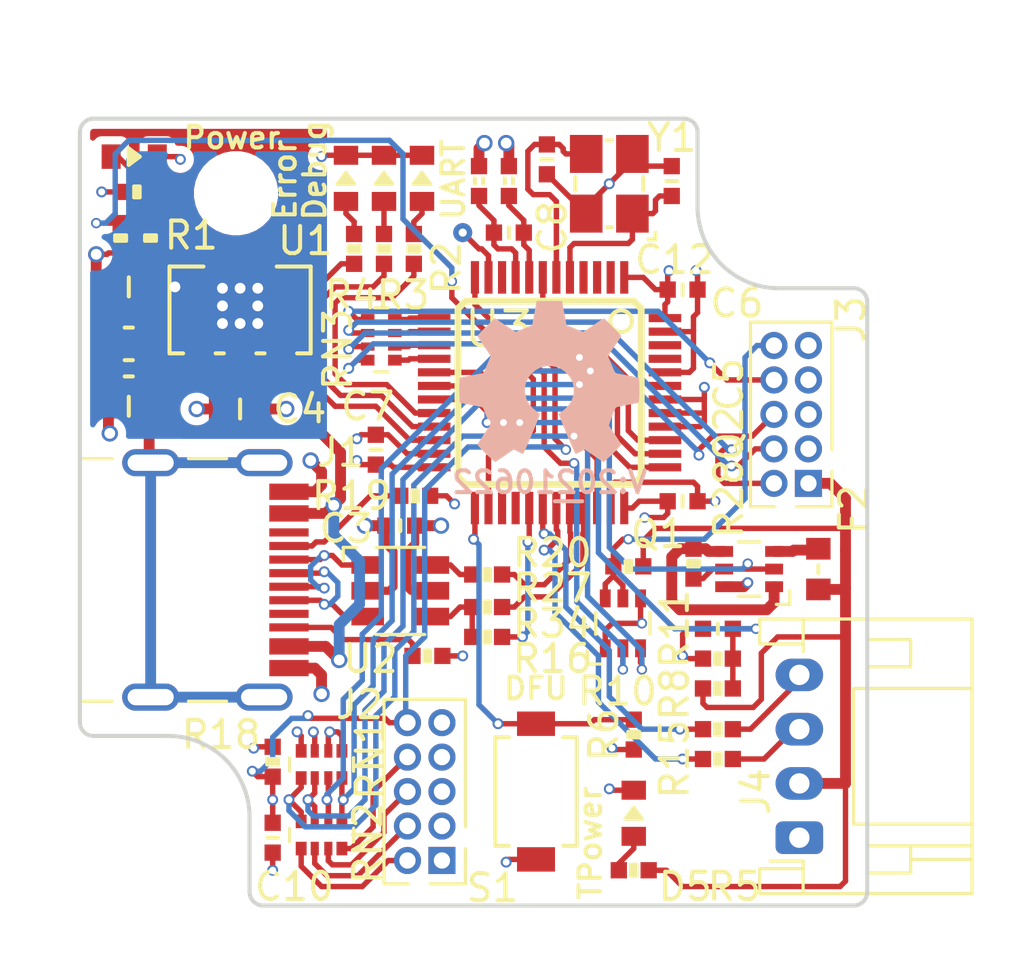
<source format=kicad_pcb>
(kicad_pcb (version 20171130) (host pcbnew 5.1.10-88a1d61d58~88~ubuntu20.10.1)
  (layers (0 F.Cu signal) (1 In1.Cu signal) (2 In2.Cu signal) (31 B.Cu signal) (34 B.Paste user) (35 F.Paste user) (36 B.SilkS user hide) (37 F.SilkS user) (38 B.Mask user) (39 F.Mask user) (44 Edge.Cuts user))
  (net 0 "")
  (net 1 /VSS)
  (net 2 /VUSB)
  (net 3 "Net-(C2-Pad2)")
  (net 4 /VDD)
  (net 5 /VSSA)
  (net 6 /VDDA)
  (net 7 /MCU_RST)
  (net 8 /TARGET_PWR_SENSE)
  (net 9 "Net-(C12-Pad1)")
  (net 10 "Net-(C13-Pad1)")
  (net 11 /PROBE_VDD)
  (net 12 "Net-(F1-Pad2)")
  (net 13 "Net-(F2-Pad2)")
  (net 14 /USB_D_C-)
  (net 15 /USB_D_C+)
  (net 16 "Net-(J2-Pad8)")
  (net 17 "Net-(J2-Pad7)")
  (net 18 "Net-(J2-Pad6)")
  (net 19 "Net-(J2-Pad4)")
  (net 20 "Net-(J2-Pad2)")
  (net 21 /PROBE_E_RST)
  (net 22 "Net-(J3-Pad7)")
  (net 23 /PROBE_I_RST_SEN)
  (net 24 /PROBE_I_RST)
  (net 25 /TARGET_PWR_EN)
  (net 26 "Net-(Q2-Pad1)")
  (net 27 /PROBE_E_TX)
  (net 28 /BUTTON)
  (net 29 /USB_V)
  (net 30 "Net-(R16-Pad2)")
  (net 31 /USB_PU)
  (net 32 "Net-(R27-Pad2)")
  (net 33 /USB_D-)
  (net 34 /PROBE_E_RX)
  (net 35 /USB_D+)
  (net 36 /LED2)
  (net 37 /LED1)
  (net 38 /LED0)
  (net 39 /MCU_TMS)
  (net 40 /MCU_TCK)
  (net 41 /MCU_TDI)
  (net 42 /MCU_TDO)
  (net 43 /PROBE_E_TMS)
  (net 44 /PROBE_E_TDO)
  (net 45 /PROBE_E_TCK)
  (net 46 /PROBE_E_TDI)
  (net 47 "Net-(U3-Pad46)")
  (net 48 "Net-(U3-Pad45)")
  (net 49 "Net-(U3-Pad43)")
  (net 50 /PROBE_I_RX)
  (net 51 /PROBE_I_TX)
  (net 52 "Net-(U3-Pad28)")
  (net 53 "Net-(U3-Pad27)")
  (net 54 /PROBE_I_TDO)
  (net 55 /PROBE_I_TCK)
  (net 56 /PROBE_I_TMS)
  (net 57 /PROBE_I_TDI)
  (net 58 /PROBE_TMS_DIR)
  (net 59 "Net-(U3-Pad10)")
  (net 60 "Net-(U3-Pad4)")
  (net 61 "Net-(U3-Pad3)")
  (net 62 "Net-(U3-Pad2)")
  (net 63 "Net-(D1-Pad2)")
  (net 64 "Net-(D2-Pad2)")
  (net 65 "Net-(D3-Pad2)")
  (net 66 "Net-(D4-Pad2)")
  (net 67 "Net-(D5-Pad2)")
  (net 68 /VBUS)
  (net 69 /CC2)
  (net 70 "Net-(J1-PadB8)")
  (net 71 "Net-(J1-PadA8)")
  (net 72 /CC1)
  (module SquantorIC:SOT363-ONsemi (layer F.Cu) (at 157.65 103.6 90)
    (fp_text reference Q2 (at 5 -0.75 90) (layer F.SilkS))
    (fp_text value NTJD4152P)
    (pad 3 smd rect (at 0.65 0.92 90) (size 0.4 0.66) (layers F.Cu F.Paste F.Mask) (net 13 "Net-(F2-Pad2)"))
    (pad 2 smd rect (at 0 0.92 90) (size 0.4 0.66) (layers F.Cu F.Paste F.Mask) (net 25 /TARGET_PWR_EN))
    (pad 1 smd rect (at -0.65 0.92 90) (size 0.4 0.66) (layers F.Cu F.Paste F.Mask) (net 26 "Net-(Q2-Pad1)"))
    (pad 4 smd rect (at 0.65 -0.92 90) (size 0.4 0.66) (layers F.Cu F.Paste F.Mask) (net 26 "Net-(Q2-Pad1)"))
    (pad 5 smd rect (at 0 -0.92 90) (size 0.4 0.66) (layers F.Cu F.Paste F.Mask) (net 25 /TARGET_PWR_EN))
    (pad 6 smd rect (at -0.65 -0.92 90) (size 0.4 0.66) (layers F.Cu F.Paste F.Mask) (net 4 /VDD))
  )
  (module SquantorIC:SOT363-ONsemi (layer F.Cu) (at 153 105.6)
    (fp_text reference Q1 (at 1.3 -3.3 180) (layer F.SilkS))
    (fp_text value BSD840N)
    (pad 3 smd rect (at 0.65 0.92) (size 0.4 0.66) (layers F.Cu F.Paste F.Mask) (net 23 /PROBE_I_RST_SEN))
    (pad 2 smd rect (at 0 0.92) (size 0.4 0.66) (layers F.Cu F.Paste F.Mask) (net 24 /PROBE_I_RST))
    (pad 1 smd rect (at -0.65 0.92) (size 0.4 0.66) (layers F.Cu F.Paste F.Mask) (net 1 /VSS))
    (pad 4 smd rect (at 0.65 -0.92) (size 0.4 0.66) (layers F.Cu F.Paste F.Mask) (net 1 /VSS))
    (pad 5 smd rect (at 0 -0.92) (size 0.4 0.66) (layers F.Cu F.Paste F.Mask) (net 21 /PROBE_E_RST))
    (pad 6 smd rect (at -0.65 -0.92) (size 0.4 0.66) (layers F.Cu F.Paste F.Mask) (net 21 /PROBE_E_RST))
  )
  (module SquantorRcl:C_0402 (layer F.Cu) (at 144.8 102)
    (fp_text reference C3 (at -2 0.1) (layer F.SilkS))
    (fp_text value 1uF)
    (pad 2 smd rect (at 0.55 0) (size 0.6 0.6) (layers F.Cu F.Paste F.Mask) (net 2 /VUSB))
    (pad 1 smd rect (at -0.55 0) (size 0.6 0.6) (layers F.Cu F.Paste F.Mask) (net 1 /VSS))
  )
  (module SquantorConnectors:Header-0127-2X05-H006 (layer F.Cu) (at 145.7 111.8 90)
    (fp_text reference J2 (at 3.2 -2.4 180) (layer F.SilkS))
    (fp_text value JTAG_2X05)
    (pad 10 thru_hole circle (at 2.54 -0.635 90) (size 1 1) (drill 0.6) (layers *.Cu *.Mask) (net 7 /MCU_RST))
    (pad 9 thru_hole circle (at 2.54 0.635 90) (size 1 1) (drill 0.6) (layers *.Cu *.Mask) (net 1 /VSS))
    (pad 8 thru_hole circle (at 1.27 -0.635 90) (size 1 1) (drill 0.6) (layers *.Cu *.Mask) (net 16 "Net-(J2-Pad8)"))
    (pad 7 thru_hole circle (at 1.27 0.635 90) (size 1 1) (drill 0.6) (layers *.Cu *.Mask) (net 17 "Net-(J2-Pad7)"))
    (pad 6 thru_hole circle (at 0 -0.635 90) (size 1 1) (drill 0.6) (layers *.Cu *.Mask) (net 18 "Net-(J2-Pad6)"))
    (pad 5 thru_hole circle (at 0 0.635 90) (size 1 1) (drill 0.6) (layers *.Cu *.Mask) (net 1 /VSS))
    (pad 4 thru_hole circle (at -1.27 -0.635 90) (size 1 1) (drill 0.6) (layers *.Cu *.Mask) (net 19 "Net-(J2-Pad4)"))
    (pad 3 thru_hole circle (at -1.27 0.635 90) (size 1 1) (drill 0.6) (layers *.Cu *.Mask) (net 1 /VSS))
    (pad 2 thru_hole circle (at -2.54 -0.635 90) (size 1 1) (drill 0.6) (layers *.Cu *.Mask) (net 20 "Net-(J2-Pad2)"))
    (pad 1 thru_hole rect (at -2.54 0.635 90) (size 1 1) (drill 0.6) (layers *.Cu *.Mask) (net 4 /VDD))
  )
  (module SquantorConnectors:Header-0127-2X05-H006 (layer F.Cu) (at 159.2 97.9 90)
    (fp_text reference J3 (at 3.5 2.2 90) (layer F.SilkS))
    (fp_text value JTAG_2X05)
    (pad 10 thru_hole circle (at 2.54 -0.635 90) (size 1 1) (drill 0.6) (layers *.Cu *.Mask) (net 21 /PROBE_E_RST))
    (pad 9 thru_hole circle (at 2.54 0.635 90) (size 1 1) (drill 0.6) (layers *.Cu *.Mask) (net 1 /VSS))
    (pad 8 thru_hole circle (at 1.27 -0.635 90) (size 1 1) (drill 0.6) (layers *.Cu *.Mask) (net 46 /PROBE_E_TDI))
    (pad 7 thru_hole circle (at 1.27 0.635 90) (size 1 1) (drill 0.6) (layers *.Cu *.Mask) (net 22 "Net-(J3-Pad7)"))
    (pad 6 thru_hole circle (at 0 -0.635 90) (size 1 1) (drill 0.6) (layers *.Cu *.Mask) (net 44 /PROBE_E_TDO))
    (pad 5 thru_hole circle (at 0 0.635 90) (size 1 1) (drill 0.6) (layers *.Cu *.Mask) (net 1 /VSS))
    (pad 4 thru_hole circle (at -1.27 -0.635 90) (size 1 1) (drill 0.6) (layers *.Cu *.Mask) (net 45 /PROBE_E_TCK))
    (pad 3 thru_hole circle (at -1.27 0.635 90) (size 1 1) (drill 0.6) (layers *.Cu *.Mask) (net 1 /VSS))
    (pad 2 thru_hole circle (at -2.54 -0.635 90) (size 1 1) (drill 0.6) (layers *.Cu *.Mask) (net 43 /PROBE_E_TMS))
    (pad 1 thru_hole rect (at -2.54 0.635 90) (size 1 1) (drill 0.6) (layers *.Cu *.Mask) (net 11 /PROBE_VDD))
  )
  (module SquantorDiodes:LED_0603_hand (layer F.Cu) (at 135 88.4 180)
    (fp_text reference D1)
    (fp_text value yellow/green)
    (pad 2 smd rect (at 0.85 0 180) (size 0.7 0.9) (layers F.Cu F.Paste F.Mask) (net 63 "Net-(D1-Pad2)"))
    (pad 1 smd rect (at -0.85 0 180) (size 0.7 0.9) (layers F.Cu F.Paste F.Mask) (net 1 /VSS))
  )
  (module SquantorLabels:Label_Generic (layer B.Cu) (at 151 100.5 180)
    (fp_text reference N2 hide)
    (fp_text value V:20210622 (at 0.7 0.1) (layer B.SilkS) (effects (font (size 0.8 0.8)) (justify mirror)))
  )
  (module SquantorIC:LQFP48-STM (layer F.Cu) (at 150.3 97.1 180)
    (fp_text reference U3 (at 0.5 1.6) (layer F.SilkS) (effects (font (size 1.27 1.27)) (justify right bottom)))
    (fp_text value STM32F103CBT)
    (pad 48 smd rect (at -4.25 2.75 180) (size 1.2 0.3) (layers F.Cu F.Paste F.Mask) (net 4 /VDD))
    (pad 47 smd rect (at -4.25 2.25 180) (size 1.2 0.3) (layers F.Cu F.Paste F.Mask) (net 1 /VSS))
    (pad 46 smd rect (at -4.25 1.75 180) (size 1.2 0.3) (layers F.Cu F.Paste F.Mask) (net 47 "Net-(U3-Pad46)"))
    (pad 45 smd rect (at -4.25 1.25 180) (size 1.2 0.3) (layers F.Cu F.Paste F.Mask) (net 48 "Net-(U3-Pad45)"))
    (pad 44 smd rect (at -4.25 0.75 180) (size 1.2 0.3) (layers F.Cu F.Paste F.Mask) (net 1 /VSS))
    (pad 43 smd rect (at -4.25 0.25 180) (size 1.2 0.3) (layers F.Cu F.Paste F.Mask) (net 49 "Net-(U3-Pad43)"))
    (pad 42 smd rect (at -4.25 -0.25 180) (size 1.2 0.3) (layers F.Cu F.Paste F.Mask) (net 4 /VDD))
    (pad 41 smd rect (at -4.25 -0.75 180) (size 1.2 0.3) (layers F.Cu F.Paste F.Mask) (net 4 /VDD))
    (pad 40 smd rect (at -4.25 -1.25 180) (size 1.2 0.3) (layers F.Cu F.Paste F.Mask) (net 4 /VDD))
    (pad 39 smd rect (at -4.25 -1.75 180) (size 1.2 0.3) (layers F.Cu F.Paste F.Mask) (net 42 /MCU_TDO))
    (pad 38 smd rect (at -4.25 -2.25 180) (size 1.2 0.3) (layers F.Cu F.Paste F.Mask) (net 41 /MCU_TDI))
    (pad 37 smd rect (at -4.25 -2.75 180) (size 1.2 0.3) (layers F.Cu F.Paste F.Mask) (net 40 /MCU_TCK))
    (pad 36 smd rect (at -2.75 -4.25 180) (size 0.3 1.2) (layers F.Cu F.Paste F.Mask) (net 4 /VDD))
    (pad 35 smd rect (at -2.25 -4.25 180) (size 0.3 1.2) (layers F.Cu F.Paste F.Mask) (net 1 /VSS))
    (pad 34 smd rect (at -1.75 -4.25 180) (size 0.3 1.2) (layers F.Cu F.Paste F.Mask) (net 39 /MCU_TMS))
    (pad 33 smd rect (at -1.25 -4.25 180) (size 0.3 1.2) (layers F.Cu F.Paste F.Mask) (net 35 /USB_D+))
    (pad 32 smd rect (at -0.75 -4.25 180) (size 0.3 1.2) (layers F.Cu F.Paste F.Mask) (net 33 /USB_D-))
    (pad 31 smd rect (at -0.25 -4.25 180) (size 0.3 1.2) (layers F.Cu F.Paste F.Mask) (net 50 /PROBE_I_RX))
    (pad 30 smd rect (at 0.25 -4.25 180) (size 0.3 1.2) (layers F.Cu F.Paste F.Mask) (net 51 /PROBE_I_TX))
    (pad 29 smd rect (at 0.75 -4.25 180) (size 0.3 1.2) (layers F.Cu F.Paste F.Mask) (net 31 /USB_PU))
    (pad 28 smd rect (at 1.25 -4.25 180) (size 0.3 1.2) (layers F.Cu F.Paste F.Mask) (net 52 "Net-(U3-Pad28)"))
    (pad 27 smd rect (at 1.75 -4.25 180) (size 0.3 1.2) (layers F.Cu F.Paste F.Mask) (net 53 "Net-(U3-Pad27)"))
    (pad 26 smd rect (at 2.25 -4.25 180) (size 0.3 1.2) (layers F.Cu F.Paste F.Mask) (net 29 /USB_V))
    (pad 25 smd rect (at 2.75 -4.25 180) (size 0.3 1.2) (layers F.Cu F.Paste F.Mask) (net 28 /BUTTON))
    (pad 24 smd rect (at 4.25 -2.75 180) (size 1.2 0.3) (layers F.Cu F.Paste F.Mask) (net 4 /VDD))
    (pad 23 smd rect (at 4.25 -2.25 180) (size 1.2 0.3) (layers F.Cu F.Paste F.Mask) (net 1 /VSS))
    (pad 22 smd rect (at 4.25 -1.75 180) (size 1.2 0.3) (layers F.Cu F.Paste F.Mask) (net 36 /LED2))
    (pad 21 smd rect (at 4.25 -1.25 180) (size 1.2 0.3) (layers F.Cu F.Paste F.Mask) (net 37 /LED1))
    (pad 20 smd rect (at 4.25 -0.75 180) (size 1.2 0.3) (layers F.Cu F.Paste F.Mask) (net 38 /LED0))
    (pad 19 smd rect (at 4.25 -0.25 180) (size 1.2 0.3) (layers F.Cu F.Paste F.Mask) (net 25 /TARGET_PWR_EN))
    (pad 18 smd rect (at 4.25 0.25 180) (size 1.2 0.3) (layers F.Cu F.Paste F.Mask) (net 8 /TARGET_PWR_SENSE))
    (pad 17 smd rect (at 4.25 0.75 180) (size 1.2 0.3) (layers F.Cu F.Paste F.Mask) (net 23 /PROBE_I_RST_SEN))
    (pad 16 smd rect (at 4.25 1.25 180) (size 1.2 0.3) (layers F.Cu F.Paste F.Mask) (net 54 /PROBE_I_TDO))
    (pad 15 smd rect (at 4.25 1.75 180) (size 1.2 0.3) (layers F.Cu F.Paste F.Mask) (net 55 /PROBE_I_TCK))
    (pad 14 smd rect (at 4.25 2.25 180) (size 1.2 0.3) (layers F.Cu F.Paste F.Mask) (net 56 /PROBE_I_TMS))
    (pad 13 smd rect (at 4.25 2.75 180) (size 1.2 0.3) (layers F.Cu F.Paste F.Mask) (net 57 /PROBE_I_TDI))
    (pad 12 smd rect (at 2.75 4.25 180) (size 0.3 1.2) (layers F.Cu F.Paste F.Mask) (net 24 /PROBE_I_RST))
    (pad 11 smd rect (at 2.25 4.25 180) (size 0.3 1.2) (layers F.Cu F.Paste F.Mask) (net 58 /PROBE_TMS_DIR))
    (pad 10 smd rect (at 1.75 4.25 180) (size 0.3 1.2) (layers F.Cu F.Paste F.Mask) (net 59 "Net-(U3-Pad10)"))
    (pad 9 smd rect (at 1.25 4.25 180) (size 0.3 1.2) (layers F.Cu F.Paste F.Mask) (net 6 /VDDA))
    (pad 8 smd rect (at 0.75 4.25 180) (size 0.3 1.2) (layers F.Cu F.Paste F.Mask) (net 5 /VSSA))
    (pad 7 smd rect (at 0.25 4.25 180) (size 0.3 1.2) (layers F.Cu F.Paste F.Mask) (net 7 /MCU_RST))
    (pad 6 smd rect (at -0.25 4.25 180) (size 0.3 1.2) (layers F.Cu F.Paste F.Mask) (net 10 "Net-(C13-Pad1)"))
    (pad 5 smd rect (at -0.75 4.25 180) (size 0.3 1.2) (layers F.Cu F.Paste F.Mask) (net 9 "Net-(C12-Pad1)"))
    (pad 4 smd rect (at -1.25 4.25 180) (size 0.3 1.2) (layers F.Cu F.Paste F.Mask) (net 60 "Net-(U3-Pad4)"))
    (pad 3 smd rect (at -1.75 4.25 180) (size 0.3 1.2) (layers F.Cu F.Paste F.Mask) (net 61 "Net-(U3-Pad3)"))
    (pad 2 smd rect (at -2.25 4.25 180) (size 0.3 1.2) (layers F.Cu F.Paste F.Mask) (net 62 "Net-(U3-Pad2)"))
    (pad 1 smd rect (at -2.75 4.25 180) (size 0.3 1.2) (layers F.Cu F.Paste F.Mask) (net 4 /VDD))
  )
  (module Resistor_SMD:R_Array_Convex_4x0402 (layer F.Cu) (at 144.1 95.15)
    (fp_text reference RN3 (at -1.6 0.35 270) (layer F.SilkS))
    (fp_text value 330)
    (pad 5 smd rect (at 0.5 0.75) (size 0.5 0.4) (layers F.Cu F.Paste F.Mask) (net 54 /PROBE_I_TDO))
    (pad 6 smd rect (at 0.5 0.25) (size 0.5 0.3) (layers F.Cu F.Paste F.Mask) (net 55 /PROBE_I_TCK))
    (pad 8 smd rect (at 0.5 -0.75) (size 0.5 0.4) (layers F.Cu F.Paste F.Mask) (net 57 /PROBE_I_TDI))
    (pad 7 smd rect (at 0.5 -0.25) (size 0.5 0.3) (layers F.Cu F.Paste F.Mask) (net 56 /PROBE_I_TMS))
    (pad 4 smd rect (at -0.5 0.75) (size 0.5 0.4) (layers F.Cu F.Paste F.Mask) (net 44 /PROBE_E_TDO))
    (pad 2 smd rect (at -0.5 -0.25) (size 0.5 0.3) (layers F.Cu F.Paste F.Mask) (net 43 /PROBE_E_TMS))
    (pad 3 smd rect (at -0.5 0.25) (size 0.5 0.3) (layers F.Cu F.Paste F.Mask) (net 45 /PROBE_E_TCK))
    (pad 1 smd rect (at -0.5 -0.75) (size 0.5 0.4) (layers F.Cu F.Paste F.Mask) (net 46 /PROBE_E_TDI))
  )
  (module SquantorRcl:R_0402_hand (layer F.Cu) (at 145.8 106.8 180)
    (fp_text reference R21)
    (fp_text value 5.1K)
    (pad 2 smd rect (at 0.55 0 180) (size 0.6 0.6) (layers F.Cu F.Paste F.Mask) (net 69 /CC2))
    (pad 1 smd rect (at -0.55 0 180) (size 0.6 0.6) (layers F.Cu F.Paste F.Mask) (net 1 /VSS))
  )
  (module SquantorRcl:R_0402_hand (layer F.Cu) (at 145.35 100.9 180)
    (fp_text reference R19 (at 2.35 0) (layer F.SilkS))
    (fp_text value 5.1K)
    (pad 2 smd rect (at 0.55 0 180) (size 0.6 0.6) (layers F.Cu F.Paste F.Mask) (net 72 /CC1))
    (pad 1 smd rect (at -0.55 0 180) (size 0.6 0.6) (layers F.Cu F.Paste F.Mask) (net 1 /VSS))
  )
  (module Resistor_SMD:R_Array_Convex_4x0402 (layer F.Cu) (at 141.9 113.4 90)
    (fp_text reference RN2 (at -0.3 1.7 90) (layer F.SilkS))
    (fp_text value 33)
    (pad 5 smd rect (at 0.5 0.75 90) (size 0.5 0.4) (layers F.Cu F.Paste F.Mask) (net 41 /MCU_TDI))
    (pad 6 smd rect (at 0.5 0.25 90) (size 0.5 0.3) (layers F.Cu F.Paste F.Mask) (net 42 /MCU_TDO))
    (pad 8 smd rect (at 0.5 -0.75 90) (size 0.5 0.4) (layers F.Cu F.Paste F.Mask) (net 39 /MCU_TMS))
    (pad 7 smd rect (at 0.5 -0.25 90) (size 0.5 0.3) (layers F.Cu F.Paste F.Mask) (net 40 /MCU_TCK))
    (pad 4 smd rect (at -0.5 0.75 90) (size 0.5 0.4) (layers F.Cu F.Paste F.Mask) (net 16 "Net-(J2-Pad8)"))
    (pad 2 smd rect (at -0.5 -0.25 90) (size 0.5 0.3) (layers F.Cu F.Paste F.Mask) (net 19 "Net-(J2-Pad4)"))
    (pad 3 smd rect (at -0.5 0.25 90) (size 0.5 0.3) (layers F.Cu F.Paste F.Mask) (net 18 "Net-(J2-Pad6)"))
    (pad 1 smd rect (at -0.5 -0.75 90) (size 0.5 0.4) (layers F.Cu F.Paste F.Mask) (net 20 "Net-(J2-Pad2)"))
  )
  (module Resistor_SMD:R_Array_Convex_4x0402 (layer F.Cu) (at 141.9 110.8 90)
    (fp_text reference RN1 (at 0.2 1.8 90) (layer F.SilkS))
    (fp_text value 47k)
    (pad 5 smd rect (at 0.5 0.75 90) (size 0.5 0.4) (layers F.Cu F.Paste F.Mask) (net 4 /VDD))
    (pad 6 smd rect (at 0.5 0.25 90) (size 0.5 0.3) (layers F.Cu F.Paste F.Mask) (net 4 /VDD))
    (pad 8 smd rect (at 0.5 -0.75 90) (size 0.5 0.4) (layers F.Cu F.Paste F.Mask) (net 4 /VDD))
    (pad 7 smd rect (at 0.5 -0.25 90) (size 0.5 0.3) (layers F.Cu F.Paste F.Mask) (net 1 /VSS))
    (pad 4 smd rect (at -0.5 0.75 90) (size 0.5 0.4) (layers F.Cu F.Paste F.Mask) (net 41 /MCU_TDI))
    (pad 2 smd rect (at -0.5 -0.25 90) (size 0.5 0.3) (layers F.Cu F.Paste F.Mask) (net 40 /MCU_TCK))
    (pad 3 smd rect (at -0.5 0.25 90) (size 0.5 0.3) (layers F.Cu F.Paste F.Mask) (net 42 /MCU_TDO))
    (pad 1 smd rect (at -0.5 -0.75 90) (size 0.5 0.4) (layers F.Cu F.Paste F.Mask) (net 39 /MCU_TMS))
  )
  (module SquantorUsb:USB-C-HRO-31-M-12 (layer F.Cu) (at 140.7 104 270)
    (fp_text reference J1 (at -4.7 -1.9 180) (layer F.SilkS))
    (fp_text value USB-C)
    (pad "" np_thru_hole circle (at -2.89 1.445 270) (size 0.65 0.65) (drill 0.65) (layers *.Cu *.Mask))
    (pad "" np_thru_hole circle (at 2.89 1.445 270) (size 0.65 0.65) (drill 0.65) (layers *.Cu *.Mask))
    (pad S thru_hole oval (at 4.32 5.095 270) (size 1 2.1) (drill oval 0.6 1.7) (layers *.Cu *.Mask) (net 3 "Net-(C2-Pad2)"))
    (pad S thru_hole oval (at -4.32 5.095 270) (size 1 2.1) (drill oval 0.6 1.7) (layers *.Cu *.Mask) (net 3 "Net-(C2-Pad2)"))
    (pad S thru_hole oval (at 4.32 0.915 270) (size 1 2.1) (drill oval 0.6 1.7) (layers *.Cu *.Mask) (net 3 "Net-(C2-Pad2)"))
    (pad S thru_hole oval (at -4.32 0.915 270) (size 1 2.1) (drill oval 0.6 1.7) (layers *.Cu *.Mask) (net 3 "Net-(C2-Pad2)"))
    (pad B1A12 smd rect (at 3.25 0 270) (size 0.6 1.45) (layers F.Cu F.Paste F.Mask) (net 1 /VSS))
    (pad A1B12 smd rect (at -3.25 0 270) (size 0.6 1.45) (layers F.Cu F.Paste F.Mask) (net 1 /VSS))
    (pad B4A9 smd rect (at 2.45 0 270) (size 0.6 1.45) (layers F.Cu F.Paste F.Mask) (net 68 /VBUS))
    (pad A4B9 smd rect (at -2.45 0 270) (size 0.6 1.45) (layers F.Cu F.Paste F.Mask) (net 68 /VBUS))
    (pad B5 smd rect (at 1.75 0 270) (size 0.3 1.45) (layers F.Cu F.Paste F.Mask) (net 69 /CC2))
    (pad B8 smd rect (at -1.75 0 270) (size 0.3 1.45) (layers F.Cu F.Paste F.Mask) (net 70 "Net-(J1-PadB8)"))
    (pad A8 smd rect (at 1.25 0 270) (size 0.3 1.45) (layers F.Cu F.Paste F.Mask) (net 71 "Net-(J1-PadA8)"))
    (pad A5 smd rect (at -1.25 0 270) (size 0.3 1.45) (layers F.Cu F.Paste F.Mask) (net 72 /CC1))
    (pad B6 smd rect (at 0.75 0 270) (size 0.3 1.45) (layers F.Cu F.Paste F.Mask) (net 15 /USB_D_C+))
    (pad B7 smd rect (at -0.75 0 270) (size 0.3 1.45) (layers F.Cu F.Paste F.Mask) (net 14 /USB_D_C-))
    (pad A7 smd rect (at 0.25 0 270) (size 0.3 1.45) (layers F.Cu F.Paste F.Mask) (net 14 /USB_D_C-))
    (pad A6 smd rect (at -0.25 0 270) (size 0.3 1.45) (layers F.Cu F.Paste F.Mask) (net 15 /USB_D_C+))
  )
  (module SquantorSwitches:TD-85XU (layer F.Cu) (at 149.8 111.8 270)
    (fp_text reference S1 (at 3.55 1.6 180) (layer F.SilkS))
    (fp_text value DFU (at -3.8 0) (layer F.SilkS) (effects (font (size 0.8 0.8))))
    (pad 2 smd rect (at 2.5 0 270) (size 0.9 1.4) (layers F.Cu F.Paste F.Mask) (net 1 /VSS))
    (pad 1 smd rect (at -2.5 0 270) (size 0.9 1.4) (layers F.Cu F.Paste F.Mask) (net 28 /BUTTON))
  )
  (module SquantorTestPoints:TestPoint_hole_H03R07 (layer F.Cu) (at 147.1 91.2)
    (fp_text reference TP1)
    (fp_text value tmsdir)
    (pad 1 thru_hole circle (at 0 0) (size 0.7 0.7) (drill 0.3) (layers *.Cu *.Mask) (net 58 /PROBE_TMS_DIR))
  )
  (module SquantorRcl:R_0402_hand (layer F.Cu) (at 156.5 110.6 180)
    (fp_text reference R15 (at 1.6 0 90) (layer F.SilkS))
    (fp_text value 330)
    (pad 2 smd rect (at 0.55 0 180) (size 0.6 0.6) (layers F.Cu F.Paste F.Mask) (net 50 /PROBE_I_RX))
    (pad 1 smd rect (at -0.55 0 180) (size 0.6 0.6) (layers F.Cu F.Paste F.Mask) (net 34 /PROBE_E_RX))
  )
  (module SquantorRcl:R_0402_hand (layer F.Cu) (at 156.5 109.5 180)
    (fp_text reference R8 (at 1.6 1.3 90) (layer F.SilkS))
    (fp_text value 330)
    (pad 2 smd rect (at 0.55 0 180) (size 0.6 0.6) (layers F.Cu F.Paste F.Mask) (net 51 /PROBE_I_TX))
    (pad 1 smd rect (at -0.55 0 180) (size 0.6 0.6) (layers F.Cu F.Paste F.Mask) (net 27 /PROBE_E_TX))
  )
  (module SquantorRcl:R_0402_hand (layer F.Cu) (at 153.4 114.7 180)
    (fp_text reference R5 (at -3.7 -0.6) (layer F.SilkS))
    (fp_text value 1K)
    (pad 2 smd rect (at 0.55 0 180) (size 0.6 0.6) (layers F.Cu F.Paste F.Mask) (net 67 "Net-(D5-Pad2)"))
    (pad 1 smd rect (at -0.55 0 180) (size 0.6 0.6) (layers F.Cu F.Paste F.Mask) (net 11 /PROBE_VDD))
  )
  (module SquantorRcl:R_0402_hand (layer F.Cu) (at 143.1 91.8 90)
    (fp_text reference R4 (at -1.7 -0.1 180) (layer F.SilkS))
    (fp_text value 1K)
    (pad 2 smd rect (at 0.55 0 90) (size 0.6 0.6) (layers F.Cu F.Paste F.Mask) (net 66 "Net-(D4-Pad2)"))
    (pad 1 smd rect (at -0.55 0 90) (size 0.6 0.6) (layers F.Cu F.Paste F.Mask) (net 36 /LED2))
  )
  (module SquantorRcl:R_0402_hand (layer F.Cu) (at 144.2 91.8 90)
    (fp_text reference R3 (at -1.7 0.7 180) (layer F.SilkS))
    (fp_text value 1K)
    (pad 2 smd rect (at 0.55 0 90) (size 0.6 0.6) (layers F.Cu F.Paste F.Mask) (net 65 "Net-(D3-Pad2)"))
    (pad 1 smd rect (at -0.55 0 90) (size 0.6 0.6) (layers F.Cu F.Paste F.Mask) (net 37 /LED1))
  )
  (module SquantorRcl:R_0402_hand (layer F.Cu) (at 145.3 91.8 90)
    (fp_text reference R2 (at -0.7 1.2 90) (layer F.SilkS))
    (fp_text value 1K)
    (pad 2 smd rect (at 0.55 0 90) (size 0.6 0.6) (layers F.Cu F.Paste F.Mask) (net 64 "Net-(D2-Pad2)"))
    (pad 1 smd rect (at -0.55 0 90) (size 0.6 0.6) (layers F.Cu F.Paste F.Mask) (net 38 /LED0))
  )
  (module SquantorRcl:R_0402_hand (layer F.Cu) (at 135.1 89.7)
    (fp_text reference R1 (at 2 1.6) (layer F.SilkS))
    (fp_text value 330)
    (pad 2 smd rect (at 0.55 0) (size 0.6 0.6) (layers F.Cu F.Paste F.Mask) (net 63 "Net-(D1-Pad2)"))
    (pad 1 smd rect (at -0.55 0) (size 0.6 0.6) (layers F.Cu F.Paste F.Mask) (net 4 /VDD))
  )
  (module SquantorDiodes:LED_0603_hand (layer F.Cu) (at 153.4 112.6 270)
    (fp_text reference D5 (at 2.7 -1.9 180) (layer F.SilkS))
    (fp_text value red)
    (pad 2 smd rect (at 0.85 0 270) (size 0.7 0.9) (layers F.Cu F.Paste F.Mask) (net 67 "Net-(D5-Pad2)"))
    (pad 1 smd rect (at -0.85 0 270) (size 0.7 0.9) (layers F.Cu F.Paste F.Mask) (net 1 /VSS))
  )
  (module SquantorDiodes:LED_0603_hand (layer F.Cu) (at 142.8 89.2 270)
    (fp_text reference D4)
    (fp_text value blue)
    (pad 2 smd rect (at 0.85 0 270) (size 0.7 0.9) (layers F.Cu F.Paste F.Mask) (net 66 "Net-(D4-Pad2)"))
    (pad 1 smd rect (at -0.85 0 270) (size 0.7 0.9) (layers F.Cu F.Paste F.Mask) (net 1 /VSS))
  )
  (module SquantorDiodes:LED_0603_hand (layer F.Cu) (at 144.2 89.2 270)
    (fp_text reference D3)
    (fp_text value orange)
    (pad 2 smd rect (at 0.85 0 270) (size 0.7 0.9) (layers F.Cu F.Paste F.Mask) (net 65 "Net-(D3-Pad2)"))
    (pad 1 smd rect (at -0.85 0 270) (size 0.7 0.9) (layers F.Cu F.Paste F.Mask) (net 1 /VSS))
  )
  (module SquantorDiodes:LED_0603_hand (layer F.Cu) (at 145.6 89.2 270)
    (fp_text reference D2)
    (fp_text value amber)
    (pad 2 smd rect (at 0.85 0 270) (size 0.7 0.9) (layers F.Cu F.Paste F.Mask) (net 64 "Net-(D2-Pad2)"))
    (pad 1 smd rect (at -0.85 0 270) (size 0.7 0.9) (layers F.Cu F.Paste F.Mask) (net 1 /VSS))
  )
  (module SquantorCrystal:Crystal_3225_4 (layer F.Cu) (at 152.5 89.4 90)
    (fp_text reference Y1 (at 1.7 2.3 180) (layer F.SilkS))
    (fp_text value 8MHz)
    (pad 1 smd rect (at -1.1 0.85 90) (size 1.4 1.2) (layers F.Cu F.Paste F.Mask) (net 9 "Net-(C12-Pad1)"))
    (pad 2 smd rect (at 1.1 0.85 90) (size 1.4 1.2) (layers F.Cu F.Paste F.Mask) (net 1 /VSS))
    (pad 3 smd rect (at 1.1 -0.85 90) (size 1.4 1.2) (layers F.Cu F.Paste F.Mask) (net 10 "Net-(C13-Pad1)"))
    (pad 4 smd rect (at -1.1 -0.85 90) (size 1.4 1.2) (layers F.Cu F.Paste F.Mask) (net 1 /VSS))
  )
  (module SquantorIC:SOT23-6-HAND (layer F.Cu) (at 144.8 104.4)
    (fp_text reference U2 (at -1.1 2.5) (layer F.SilkS))
    (fp_text value USBLC6-2)
    (pad 5 smd rect (at 1.2 0) (size 1.2 0.65) (layers F.Cu F.Paste F.Mask) (net 2 /VUSB))
    (pad 6 smd rect (at 1.2 -0.95) (size 1.2 0.65) (layers F.Cu F.Paste F.Mask) (net 32 "Net-(R27-Pad2)"))
    (pad 4 smd rect (at 1.2 0.95) (size 1.2 0.65) (layers F.Cu F.Paste F.Mask) (net 30 "Net-(R16-Pad2)"))
    (pad 3 smd rect (at -1.2 0.95) (size 1.2 0.65) (layers F.Cu F.Paste F.Mask) (net 15 /USB_D_C+))
    (pad 2 smd rect (at -1.2 0) (size 1.2 0.65) (layers F.Cu F.Paste F.Mask) (net 1 /VSS))
    (pad 1 smd rect (at -1.2 -0.95) (size 1.2 0.65) (layers F.Cu F.Paste F.Mask) (net 14 /USB_D_C-))
  )
  (module SquantorIC:SOT89-NXP-Viatab (layer F.Cu) (at 138.9 94.4)
    (fp_text reference U1 (at 2.4 -2.9) (layer F.SilkS))
    (fp_text value MCP1702-MB)
    (pad 2 thru_hole rect (at 0.65 0.15) (size 0.6 0.6) (drill 0.4) (layers *.Cu *.Mask) (net 2 /VUSB))
    (pad 2 thru_hole rect (at 0 0.15) (size 0.6 0.6) (drill 0.4) (layers *.Cu *.Mask) (net 2 /VUSB))
    (pad 2 thru_hole rect (at -0.65 0.15) (size 0.6 0.6) (drill 0.4) (layers *.Cu *.Mask) (net 2 /VUSB))
    (pad 2 thru_hole rect (at -0.65 -0.5) (size 0.6 0.6) (drill 0.4) (layers *.Cu *.Mask) (net 2 /VUSB))
    (pad 2 thru_hole rect (at 0.65 -0.5) (size 0.6 0.6) (drill 0.4) (layers *.Cu *.Mask) (net 2 /VUSB))
    (pad 2 thru_hole rect (at -0.65 -1.15 90) (size 0.6 0.6) (drill 0.4) (layers *.Cu *.Mask) (net 2 /VUSB))
    (pad 2 thru_hole rect (at 0 -1.15) (size 0.6 0.6) (drill 0.4) (layers *.Cu *.Mask) (net 2 /VUSB))
    (pad 2 thru_hole rect (at 0.65 -1.15) (size 0.6 0.6) (drill 0.4) (layers *.Cu *.Mask) (net 2 /VUSB))
    (pad 2 smd rect (at 0 -1.825) (size 1.9 0.85) (layers F.Cu F.Paste) (net 2 /VUSB))
    (pad 2 smd rect (at 0 -0.6) (size 1.2 1.2) (layers F.Cu F.Paste) (net 2 /VUSB))
    (pad 3 smd rect (at 1.5 1.75) (size 0.6 1) (layers F.Cu F.Paste) (net 4 /VDD))
    (pad 1 smd rect (at -1.5 1.75) (size 0.6 1) (layers F.Cu F.Paste) (net 1 /VSS))
    (pad 2 smd rect (at 0 1.75) (size 0.6 1) (layers F.Cu F.Paste) (net 2 /VUSB))
    (pad 2 smd rect (at 0 -0.9) (size 2 2.8) (layers F.Cu F.Mask) (net 2 /VUSB))
    (pad 3 smd rect (at 1.5 1.75) (size 0.7 1.1) (layers F.Cu F.Mask) (net 4 /VDD))
    (pad 2 smd rect (at 0 1.4) (size 0.7 1.8) (layers F.Cu F.Mask) (net 2 /VUSB))
    (pad 1 smd rect (at -1.5 1.75) (size 0.7 1.1) (layers F.Cu F.Mask) (net 1 /VSS))
  )
  (module SquantorRcl:R_0402_hand (layer F.Cu) (at 148 105 180)
    (fp_text reference R34 (at -2.4 -0.6) (layer F.SilkS))
    (fp_text value 22)
    (pad 2 smd rect (at 0.55 0 180) (size 0.6 0.6) (layers F.Cu F.Paste F.Mask) (net 30 "Net-(R16-Pad2)"))
    (pad 1 smd rect (at -0.55 0 180) (size 0.6 0.6) (layers F.Cu F.Paste F.Mask) (net 35 /USB_D+))
  )
  (module SquantorRcl:R_0402_hand (layer F.Cu) (at 155.6 103.4 270)
    (fp_text reference R28 (at -2.4 -1.3 90) (layer F.SilkS))
    (fp_text value 10K)
    (pad 2 smd rect (at 0.55 0 270) (size 0.6 0.6) (layers F.Cu F.Paste F.Mask) (net 25 /TARGET_PWR_EN))
    (pad 1 smd rect (at -0.55 0 270) (size 0.6 0.6) (layers F.Cu F.Paste F.Mask) (net 26 "Net-(Q2-Pad1)"))
  )
  (module SquantorRcl:R_0402_hand (layer F.Cu) (at 148 103.8 180)
    (fp_text reference R27 (at -2.4 -0.5) (layer F.SilkS))
    (fp_text value 22)
    (pad 2 smd rect (at 0.55 0 180) (size 0.6 0.6) (layers F.Cu F.Paste F.Mask) (net 32 "Net-(R27-Pad2)"))
    (pad 1 smd rect (at -0.55 0 180) (size 0.6 0.6) (layers F.Cu F.Paste F.Mask) (net 33 /USB_D-))
  )
  (module SquantorRcl:R_0402_hand (layer F.Cu) (at 153.2 103.5 180)
    (fp_text reference R20 (at 2.8 0.5) (layer F.SilkS))
    (fp_text value 10K)
    (pad 2 smd rect (at 0.55 0 180) (size 0.6 0.6) (layers F.Cu F.Paste F.Mask) (net 21 /PROBE_E_RST))
    (pad 1 smd rect (at -0.55 0 180) (size 0.6 0.6) (layers F.Cu F.Paste F.Mask) (net 11 /PROBE_VDD))
  )
  (module SquantorRcl:R_0402_hand (layer F.Cu) (at 140.1 110.7 270)
    (fp_text reference R18 (at -1 1.9 180) (layer F.SilkS))
    (fp_text value 47K)
    (pad 2 smd rect (at 0.55 0 270) (size 0.6 0.6) (layers F.Cu F.Paste F.Mask) (net 7 /MCU_RST))
    (pad 1 smd rect (at -0.55 0 270) (size 0.6 0.6) (layers F.Cu F.Paste F.Mask) (net 4 /VDD))
  )
  (module SquantorRcl:R_0402_hand (layer F.Cu) (at 148 106.1 180)
    (fp_text reference R16 (at -2.4 -0.8) (layer F.SilkS))
    (fp_text value 1.5K)
    (pad 2 smd rect (at 0.55 0 180) (size 0.6 0.6) (layers F.Cu F.Paste F.Mask) (net 30 "Net-(R16-Pad2)"))
    (pad 1 smd rect (at -0.55 0 180) (size 0.6 0.6) (layers F.Cu F.Paste F.Mask) (net 31 /USB_PU))
  )
  (module SquantorRcl:R_0402_hand (layer F.Cu) (at 134.5 91.4 270)
    (fp_text reference R12)
    (fp_text value 10K)
    (pad 2 smd rect (at 0.55 0 270) (size 0.6 0.6) (layers F.Cu F.Paste F.Mask) (net 1 /VSS))
    (pad 1 smd rect (at -0.55 0 270) (size 0.6 0.6) (layers F.Cu F.Paste F.Mask) (net 29 /USB_V))
  )
  (module SquantorRcl:R_0402_hand (layer F.Cu) (at 156.5 106.9 180)
    (fp_text reference R11 (at 1.6 1.1 90) (layer F.SilkS))
    (fp_text value 10K)
    (pad 2 smd rect (at 0.55 0 180) (size 0.6 0.6) (layers F.Cu F.Paste F.Mask) (net 1 /VSS))
    (pad 1 smd rect (at -0.55 0 180) (size 0.6 0.6) (layers F.Cu F.Paste F.Mask) (net 8 /TARGET_PWR_SENSE))
  )
  (module SquantorRcl:R_0402_hand (layer F.Cu) (at 156.5 108)
    (fp_text reference R10 (at -3.7 0.1) (layer F.SilkS))
    (fp_text value 4.7K)
    (pad 2 smd rect (at 0.55 0) (size 0.6 0.6) (layers F.Cu F.Paste F.Mask) (net 8 /TARGET_PWR_SENSE))
    (pad 1 smd rect (at -0.55 0) (size 0.6 0.6) (layers F.Cu F.Paste F.Mask) (net 11 /PROBE_VDD))
  )
  (module SquantorRcl:R_0402_hand (layer F.Cu) (at 135.6 91.4 90)
    (fp_text reference R7)
    (fp_text value 4.7K)
    (pad 2 smd rect (at 0.55 0 90) (size 0.6 0.6) (layers F.Cu F.Paste F.Mask) (net 29 /USB_V))
    (pad 1 smd rect (at -0.55 0 90) (size 0.6 0.6) (layers F.Cu F.Paste F.Mask) (net 2 /VUSB))
  )
  (module SquantorRcl:R_0402_hand (layer F.Cu) (at 153.4 109.7 90)
    (fp_text reference R6 (at 0 -1.1 90) (layer F.SilkS))
    (fp_text value 10K)
    (pad 2 smd rect (at 0.55 0 90) (size 0.6 0.6) (layers F.Cu F.Paste F.Mask) (net 28 /BUTTON))
    (pad 1 smd rect (at -0.55 0 90) (size 0.6 0.6) (layers F.Cu F.Paste F.Mask) (net 4 /VDD))
  )
  (module Symbol:OSHW-Symbol_6.7x6mm_SilkScreen (layer B.Cu) (at 150.3 96.7 180)
    (fp_text reference N1 hide)
    (fp_text value OHWLOGO hide)
  )
  (module Connector_JST:JST_PH_S4B-PH-K_1x04_P2.00mm_Horizontal (layer F.Cu) (at 159.5 113.5 90)
    (fp_text reference J4 (at 1.7 -1.6 270) (layer F.SilkS))
    (fp_text value DevBoardUartOutput)
    (pad 4 thru_hole oval (at 6 0 90) (size 1.2 1.75) (drill 0.75) (layers *.Cu *.Mask) (net 27 /PROBE_E_TX))
    (pad 3 thru_hole oval (at 4 0 90) (size 1.2 1.75) (drill 0.75) (layers *.Cu *.Mask) (net 34 /PROBE_E_RX))
    (pad 2 thru_hole oval (at 2 0 90) (size 1.2 1.75) (drill 0.75) (layers *.Cu *.Mask) (net 11 /PROBE_VDD))
    (pad 1 thru_hole roundrect (at 0 0 90) (size 1.2 1.75) (drill 0.75) (layers *.Cu *.Mask) (roundrect_rratio 0.208333) (net 1 /VSS))
  )
  (module SquantorRcl:L_0402 (layer F.Cu) (at 147.7 89.3 90)
    (fp_text reference FB3)
    (fp_text value 600)
    (pad 2 smd rect (at 0.55 0 90) (size 0.6 0.6) (layers F.Cu F.Paste F.Mask) (net 4 /VDD))
    (pad 1 smd rect (at -0.55 0 90) (size 0.6 0.6) (layers F.Cu F.Paste F.Mask) (net 6 /VDDA))
  )
  (module SquantorRcl:L_0402 (layer F.Cu) (at 148.8 89.3 90)
    (fp_text reference FB2)
    (fp_text value 600)
    (pad 2 smd rect (at 0.55 0 90) (size 0.6 0.6) (layers F.Cu F.Paste F.Mask) (net 1 /VSS))
    (pad 1 smd rect (at -0.55 0 90) (size 0.6 0.6) (layers F.Cu F.Paste F.Mask) (net 5 /VSSA))
  )
  (module SquantorRcl:L_0603 (layer F.Cu) (at 134.8 96.2)
    (fp_text reference FB1)
    (fp_text value 600)
    (pad 2 smd rect (at 0.75 0) (size 0.8 0.9) (layers F.Cu F.Paste F.Mask) (net 68 /VBUS))
    (pad 1 smd rect (at -0.75 0) (size 0.8 0.9) (layers F.Cu F.Paste F.Mask) (net 12 "Net-(F1-Pad2)"))
  )
  (module SquantorRcl:F_0603_hand (layer F.Cu) (at 160.2 103.6 90)
    (fp_text reference F2 (at 2.2 1.3 270) (layer F.SilkS))
    (fp_text value 0.3A)
    (pad 2 smd rect (at 0.75 0 90) (size 0.8 0.9) (layers F.Cu F.Paste F.Mask) (net 13 "Net-(F2-Pad2)"))
    (pad 1 smd rect (at -0.75 0 90) (size 0.8 0.9) (layers F.Cu F.Paste F.Mask) (net 11 /PROBE_VDD))
  )
  (module SquantorRcl:F_0603_hand (layer F.Cu) (at 134.8 94.7 180)
    (fp_text reference F1)
    (fp_text value 0.5A)
    (pad 2 smd rect (at 0.75 0 180) (size 0.8 0.9) (layers F.Cu F.Paste F.Mask) (net 12 "Net-(F1-Pad2)"))
    (pad 1 smd rect (at -0.75 0 180) (size 0.8 0.9) (layers F.Cu F.Paste F.Mask) (net 2 /VUSB))
  )
  (module SquantorRcl:C_0402 (layer F.Cu) (at 150.2 88.5 270)
    (fp_text reference C13)
    (fp_text value 10p)
    (pad 2 smd rect (at 0.55 0 270) (size 0.6 0.6) (layers F.Cu F.Paste F.Mask) (net 1 /VSS))
    (pad 1 smd rect (at -0.55 0 270) (size 0.6 0.6) (layers F.Cu F.Paste F.Mask) (net 10 "Net-(C13-Pad1)"))
  )
  (module SquantorRcl:C_0402 (layer F.Cu) (at 154.8 89.3 90)
    (fp_text reference C12 (at -2.9 0.1 180) (layer F.SilkS))
    (fp_text value 10p)
    (pad 2 smd rect (at 0.55 0 90) (size 0.6 0.6) (layers F.Cu F.Paste F.Mask) (net 1 /VSS))
    (pad 1 smd rect (at -0.55 0 90) (size 0.6 0.6) (layers F.Cu F.Paste F.Mask) (net 9 "Net-(C12-Pad1)"))
  )
  (module SquantorRcl:C_0402 (layer F.Cu) (at 156.5 105.8)
    (fp_text reference C11)
    (fp_text value 1uF)
    (pad 2 smd rect (at 0.55 0) (size 0.6 0.6) (layers F.Cu F.Paste F.Mask) (net 8 /TARGET_PWR_SENSE))
    (pad 1 smd rect (at -0.55 0) (size 0.6 0.6) (layers F.Cu F.Paste F.Mask) (net 1 /VSS))
  )
  (module SquantorRcl:C_0402 (layer F.Cu) (at 140.1 113.5 90)
    (fp_text reference C10 (at -1.8 0.8 180) (layer F.SilkS))
    (fp_text value 1u)
    (pad 2 smd rect (at 0.55 0 90) (size 0.6 0.6) (layers F.Cu F.Paste F.Mask) (net 7 /MCU_RST))
    (pad 1 smd rect (at -0.55 0 90) (size 0.6 0.6) (layers F.Cu F.Paste F.Mask) (net 1 /VSS))
  )
  (module SquantorRcl:C_0402 (layer F.Cu) (at 148.8 91.2)
    (fp_text reference C8 (at 1.6 -0.2 270) (layer F.SilkS))
    (fp_text value 1u)
    (pad 2 smd rect (at 0.55 0) (size 0.6 0.6) (layers F.Cu F.Paste F.Mask) (net 5 /VSSA))
    (pad 1 smd rect (at -0.55 0) (size 0.6 0.6) (layers F.Cu F.Paste F.Mask) (net 6 /VDDA))
  )
  (module SquantorRcl:C_0402 (layer F.Cu) (at 143.9 99.2 90)
    (fp_text reference C7 (at 1.6 -0.3 180) (layer F.SilkS))
    (fp_text value 1u)
    (pad 2 smd rect (at 0.55 0 90) (size 0.6 0.6) (layers F.Cu F.Paste F.Mask) (net 1 /VSS))
    (pad 1 smd rect (at -0.55 0 90) (size 0.6 0.6) (layers F.Cu F.Paste F.Mask) (net 4 /VDD))
  )
  (module SquantorRcl:C_0402 (layer F.Cu) (at 155.2 93.3)
    (fp_text reference C6 (at 2 0.5) (layer F.SilkS))
    (fp_text value 1u)
    (pad 2 smd rect (at 0.55 0) (size 0.6 0.6) (layers F.Cu F.Paste F.Mask) (net 1 /VSS))
    (pad 1 smd rect (at -0.55 0) (size 0.6 0.6) (layers F.Cu F.Paste F.Mask) (net 4 /VDD))
  )
  (module SquantorRcl:C_0402 (layer F.Cu) (at 155.2 101.1)
    (fp_text reference C5 (at 1.7 -4.3 90) (layer F.SilkS))
    (fp_text value 1u)
    (pad 2 smd rect (at 0.55 0) (size 0.6 0.6) (layers F.Cu F.Paste F.Mask) (net 1 /VSS))
    (pad 1 smd rect (at -0.55 0) (size 0.6 0.6) (layers F.Cu F.Paste F.Mask) (net 4 /VDD))
  )
  (module SquantorRcl:C_0603 (layer F.Cu) (at 138.9 97.7 180)
    (fp_text reference C4 (at -2.2 0 180) (layer F.SilkS))
    (fp_text value 10u)
    (pad 2 smd rect (at 0.75 0 180) (size 0.8 0.9) (layers F.Cu F.Paste F.Mask) (net 1 /VSS))
    (pad 1 smd rect (at -0.75 0 180) (size 0.8 0.9) (layers F.Cu F.Paste F.Mask) (net 4 /VDD))
  )
  (module SquantorRcl:C_0603 (layer F.Cu) (at 134.8 97.6)
    (fp_text reference C2)
    (fp_text value 100N)
    (pad 2 smd rect (at 0.75 0) (size 0.8 0.9) (layers F.Cu F.Paste F.Mask) (net 3 "Net-(C2-Pad2)"))
    (pad 1 smd rect (at -0.75 0) (size 0.8 0.9) (layers F.Cu F.Paste F.Mask) (net 1 /VSS))
  )
  (module SquantorRcl:C_0603 (layer F.Cu) (at 134.8 93.2 180)
    (fp_text reference C1)
    (fp_text value 1u)
    (pad 2 smd rect (at 0.75 0 180) (size 0.8 0.9) (layers F.Cu F.Paste F.Mask) (net 1 /VSS))
    (pad 1 smd rect (at -0.75 0 180) (size 0.8 0.9) (layers F.Cu F.Paste F.Mask) (net 2 /VUSB))
  )
  (module SquantorPcbOutline:MountingHole_2.5mm_no_metal (layer F.Cu) (at 138.75 89.75)
    (fp_text reference H1 hide)
    (fp_text value Drill_Hole_no_metal hide)
    (pad "" np_thru_hole circle (at 0 0) (size 2.5 2.5) (drill 2.5) (layers *.Cu *.Mask))
  )
  (module SquantorPcbOutline:MountingHole_2.5mm_no_metal (layer F.Cu) (at 156.25 113.25)
    (fp_text reference H2 hide)
    (fp_text value Drill_Hole_no_metal hide)
    (pad "" np_thru_hole circle (at 0 0) (size 2.5 2.5) (drill 2.5) (layers *.Cu *.Mask))
  )
  (gr_text TPower (at 151.8 113.7 90) (layer F.SilkS) (effects (font (size 0.8 0.8))))
  (gr_text UART (at 146.75 89.25 90) (layer F.SilkS) (effects (font (size 0.8 0.8))))
  (gr_text Debug (at 141.65 88.9 90) (layer F.SilkS) (effects (font (size 0.8 0.8))))
  (gr_text Error (at 140.55 89.25 90) (layer F.SilkS) (effects (font (size 0.8 0.8))))
  (gr_text Power (at 138.6 87.7) (layer F.SilkS) (effects (font (size 0.8 0.8))))
  (gr_arc (start 136.25 112.749583) (end 139.25 112.749583) (angle -90.95484125) (layer Edge.Cuts) (width 0.15))
  (gr_arc (start 161.5 93.75) (end 162 93.75) (angle -90) (layer Edge.Cuts) (width 0.15))
  (gr_arc (start 161.5 115.5) (end 161.5 116) (angle -90) (layer Edge.Cuts) (width 0.15))
  (gr_arc (start 139.75 115.5) (end 139.25 115.5) (angle -90) (layer Edge.Cuts) (width 0.15))
  (gr_arc (start 133.5 109.25) (end 133 109.25) (angle -90) (layer Edge.Cuts) (width 0.15))
  (gr_arc (start 133.5 87.5) (end 133.5 87) (angle -90) (layer Edge.Cuts) (width 0.15))
  (gr_line (start 133 109.25) (end 133 87.5) (layer Edge.Cuts) (width 0.15))
  (gr_line (start 136.200007 109.75) (end 133.5 109.75) (layer Edge.Cuts) (width 0.15))
  (gr_line (start 139.25 115.5) (end 139.25 112.749583) (layer Edge.Cuts) (width 0.15))
  (gr_line (start 161.5 116) (end 139.75 116) (layer Edge.Cuts) (width 0.15))
  (gr_line (start 162 93.75) (end 162 115.5) (layer Edge.Cuts) (width 0.15))
  (gr_line (start 158.749999 93.25) (end 161.5 93.25) (layer Edge.Cuts) (width 0.15))
  (gr_arc (start 158.75 90.25) (end 155.75 90.25) (angle -89.9999809) (layer Edge.Cuts) (width 0.15))
  (gr_line (start 155.75 87.5) (end 155.75 90.25) (layer Edge.Cuts) (width 0.15))
  (gr_arc (start 155.25 87.5) (end 155.75 87.5) (angle -90) (layer Edge.Cuts) (width 0.15))
  (gr_line (start 133.5 87) (end 155.25 87) (layer Edge.Cuts) (width 0.15))
  (via (at 152.5 89.4) (size 0.4) (drill 0.254) (layers F.Cu B.Cu) (net 1))
  (segment (start 153.35 88.55) (end 152.5 89.4) (width 0.2) (layer F.Cu) (net 1))
  (segment (start 153.35 88.3) (end 153.35 88.55) (width 0.2) (layer F.Cu) (net 1))
  (segment (start 151.65 90.25) (end 152.5 89.4) (width 0.2) (layer F.Cu) (net 1))
  (segment (start 151.65 90.5) (end 151.65 90.25) (width 0.2) (layer F.Cu) (net 1))
  (via (at 140.1 114.7) (size 0.4) (drill 0.254) (layers F.Cu B.Cu) (net 1))
  (segment (start 140.1 114.7) (end 140.1 114.05) (width 0.2) (layer F.Cu) (net 1))
  (via (at 148.7 87.9) (size 0.6) (drill 0.4) (layers F.Cu B.Cu) (net 1))
  (segment (start 148.8 88) (end 148.7 87.9) (width 0.4) (layer F.Cu) (net 1))
  (segment (start 148.8 88.75) (end 148.8 88) (width 0.4) (layer F.Cu) (net 1))
  (segment (start 153.8 88.75) (end 153.35 88.3) (width 0.2) (layer F.Cu) (net 1))
  (segment (start 154.8 88.75) (end 153.8 88.75) (width 0.2) (layer F.Cu) (net 1))
  (segment (start 150.2 89.05) (end 151.65 90.5) (width 0.2) (layer F.Cu) (net 1))
  (segment (start 142.8 88.35) (end 144.2 88.35) (width 0.2) (layer F.Cu) (net 1))
  (segment (start 145.6 88.35) (end 144.2 88.35) (width 0.2) (layer F.Cu) (net 1))
  (via (at 141.9 88.4) (size 0.4) (drill 0.254) (layers F.Cu B.Cu) (net 1))
  (segment (start 141.95 88.35) (end 141.9 88.4) (width 0.2) (layer F.Cu) (net 1))
  (segment (start 142.8 88.35) (end 141.95 88.35) (width 0.2) (layer F.Cu) (net 1))
  (via (at 134.1 98.6) (size 0.6) (drill 0.4) (layers F.Cu B.Cu) (net 1))
  (segment (start 134.05 98.55) (end 134.1 98.6) (width 0.4) (layer F.Cu) (net 1))
  (segment (start 134.05 97.6) (end 134.05 98.55) (width 0.4) (layer F.Cu) (net 1))
  (via (at 137.3 97.7) (size 0.6) (drill 0.4) (layers F.Cu B.Cu) (net 1))
  (segment (start 138.15 97.7) (end 137.3 97.7) (width 0.4) (layer F.Cu) (net 1))
  (segment (start 138.15 97.05) (end 138.15 97.7) (width 0.4) (layer F.Cu) (net 1))
  (segment (start 137.4 96.3) (end 138.15 97.05) (width 0.4) (layer F.Cu) (net 1))
  (segment (start 137.4 96.15) (end 137.4 96.3) (width 0.4) (layer F.Cu) (net 1))
  (via (at 133.6 92) (size 0.6) (drill 0.4) (layers F.Cu B.Cu) (net 1))
  (segment (start 134.05 93.2) (end 133.9 93.2) (width 0.4) (layer F.Cu) (net 1))
  (segment (start 133.6 92.9) (end 133.6 92) (width 0.4) (layer F.Cu) (net 1))
  (segment (start 133.9 93.2) (end 133.6 92.9) (width 0.4) (layer F.Cu) (net 1))
  (segment (start 134.5 91.95) (end 134.05 91.95) (width 0.2) (layer F.Cu) (net 1))
  (segment (start 134 92) (end 133.6 92) (width 0.2) (layer F.Cu) (net 1))
  (segment (start 134.05 91.95) (end 134 92) (width 0.2) (layer F.Cu) (net 1))
  (via (at 155.7 92.6) (size 0.4) (drill 0.254) (layers F.Cu B.Cu) (net 1))
  (segment (start 155.75 92.65) (end 155.7 92.6) (width 0.2) (layer F.Cu) (net 1))
  (segment (start 155.75 93.3) (end 155.75 92.65) (width 0.2) (layer F.Cu) (net 1))
  (via (at 148.7 114.4) (size 0.4) (drill 0.254) (layers F.Cu B.Cu) (net 1))
  (segment (start 148.8 114.3) (end 148.7 114.4) (width 0.2) (layer F.Cu) (net 1))
  (segment (start 149.8 114.3) (end 148.8 114.3) (width 0.2) (layer F.Cu) (net 1))
  (segment (start 155.45 96.35) (end 154.55 96.35) (width 0.2) (layer F.Cu) (net 1))
  (segment (start 155.6 96.2) (end 155.45 96.35) (width 0.2) (layer F.Cu) (net 1))
  (segment (start 155.75 94.15) (end 155.6 94.3) (width 0.2) (layer F.Cu) (net 1))
  (segment (start 155.75 93.3) (end 155.75 94.15) (width 0.2) (layer F.Cu) (net 1))
  (segment (start 154.55 94.85) (end 155.55 94.85) (width 0.2) (layer F.Cu) (net 1))
  (segment (start 155.55 94.85) (end 155.6 94.8) (width 0.2) (layer F.Cu) (net 1))
  (segment (start 155.6 94.8) (end 155.6 96.2) (width 0.2) (layer F.Cu) (net 1))
  (segment (start 155.6 94.3) (end 155.6 94.8) (width 0.2) (layer F.Cu) (net 1))
  (via (at 155.2 106.8) (size 0.4) (drill 0.254) (layers F.Cu B.Cu) (net 1))
  (segment (start 155.3 106.9) (end 155.2 106.8) (width 0.2) (layer F.Cu) (net 1))
  (segment (start 155.95 106.9) (end 155.3 106.9) (width 0.2) (layer F.Cu) (net 1))
  (segment (start 155.95 105.8) (end 155.4 105.8) (width 0.2) (layer F.Cu) (net 1))
  (segment (start 155.2 106) (end 155.2 106.8) (width 0.2) (layer F.Cu) (net 1))
  (segment (start 155.4 105.8) (end 155.2 106) (width 0.2) (layer F.Cu) (net 1))
  (via (at 152.5 111.7) (size 0.4) (drill 0.254) (layers F.Cu B.Cu) (net 1))
  (segment (start 152.55 111.75) (end 152.5 111.7) (width 0.2) (layer F.Cu) (net 1))
  (segment (start 153.4 111.75) (end 152.55 111.75) (width 0.2) (layer F.Cu) (net 1))
  (segment (start 140.7 107.25) (end 141.65 107.25) (width 0.4) (layer F.Cu) (net 1))
  (via (at 141.9 108.2) (size 0.6) (drill 0.4) (layers F.Cu B.Cu) (net 1))
  (segment (start 141.9 107.5) (end 141.9 108.2) (width 0.4) (layer F.Cu) (net 1))
  (segment (start 141.65 107.25) (end 141.9 107.5) (width 0.4) (layer F.Cu) (net 1))
  (via (at 147.1 106.8) (size 0.4) (drill 0.254) (layers F.Cu B.Cu) (net 1))
  (segment (start 146.35 106.8) (end 147.1 106.8) (width 0.2) (layer F.Cu) (net 1))
  (segment (start 152.55 101.35) (end 152.55 100.55) (width 0.2) (layer F.Cu) (net 1))
  (segment (start 152.55 100.55) (end 152.7 100.4) (width 0.2) (layer F.Cu) (net 1))
  (segment (start 152.7 100.4) (end 155.6 100.4) (width 0.2) (layer F.Cu) (net 1))
  (segment (start 155.75 100.55) (end 155.75 101.1) (width 0.2) (layer F.Cu) (net 1))
  (segment (start 155.6 100.4) (end 155.75 100.55) (width 0.2) (layer F.Cu) (net 1))
  (via (at 156.4 101.1) (size 0.381) (drill 0.254) (layers F.Cu B.Cu) (net 1))
  (segment (start 155.75 101.1) (end 156.4 101.1) (width 0.2) (layer F.Cu) (net 1))
  (segment (start 141.65 109.65) (end 141.65 110.3) (width 0.2) (layer F.Cu) (net 1))
  (segment (start 141.6 109.6) (end 141.65 109.65) (width 0.2) (layer F.Cu) (net 1))
  (via (at 141.6 109.6) (size 0.4) (drill 0.254) (layers F.Cu B.Cu) (net 1))
  (via (at 136.7 88.5) (size 0.4) (drill 0.254) (layers F.Cu B.Cu) (net 1))
  (segment (start 136.6 88.4) (end 136.7 88.5) (width 0.2) (layer F.Cu) (net 1))
  (segment (start 135.85 88.4) (end 136.6 88.4) (width 0.2) (layer F.Cu) (net 1))
  (segment (start 141.65 100.75) (end 140.7 100.75) (width 0.4) (layer F.Cu) (net 1))
  (segment (start 141.9 100.5) (end 141.65 100.75) (width 0.4) (layer F.Cu) (net 1))
  (segment (start 141.9 100) (end 141.9 100.5) (width 0.4) (layer F.Cu) (net 1))
  (segment (start 141.5 99.6) (end 141.9 100) (width 0.4) (layer F.Cu) (net 1))
  (via (at 141.5 99.6) (size 0.6) (drill 0.4) (layers F.Cu B.Cu) (net 1))
  (via (at 143.2 98.8) (size 0.4) (drill 0.254) (layers F.Cu B.Cu) (net 1))
  (segment (start 143.35 98.65) (end 143.2 98.8) (width 0.2) (layer F.Cu) (net 1))
  (segment (start 143.9 98.65) (end 143.35 98.65) (width 0.2) (layer F.Cu) (net 1))
  (segment (start 146.05 99.35) (end 145.05 99.35) (width 0.2) (layer F.Cu) (net 1))
  (segment (start 144.35 98.65) (end 143.9 98.65) (width 0.2) (layer F.Cu) (net 1))
  (segment (start 145.05 99.35) (end 144.35 98.65) (width 0.2) (layer F.Cu) (net 1))
  (segment (start 144.25 102) (end 143.5 102) (width 0.4) (layer F.Cu) (net 1))
  (via (at 143.5 102) (size 0.6) (drill 0.4) (layers F.Cu B.Cu) (net 1))
  (via (at 146.8 101.2) (size 0.4) (drill 0.254) (layers F.Cu B.Cu) (net 1))
  (segment (start 146.5 100.9) (end 146.8 101.2) (width 0.2) (layer F.Cu) (net 1))
  (segment (start 145.9 100.9) (end 146.5 100.9) (width 0.2) (layer F.Cu) (net 1))
  (segment (start 144.25 102.65) (end 144.25 102) (width 0.3) (layer F.Cu) (net 1))
  (segment (start 144.55 102.95) (end 144.25 102.65) (width 0.3) (layer F.Cu) (net 1))
  (segment (start 144.4 104.4) (end 144.55 104.25) (width 0.3) (layer F.Cu) (net 1))
  (segment (start 144.55 104.25) (end 144.55 102.95) (width 0.3) (layer F.Cu) (net 1))
  (segment (start 143.6 104.4) (end 144.4 104.4) (width 0.3) (layer F.Cu) (net 1))
  (segment (start 153.65 105.55) (end 153.65 104.68) (width 0.2) (layer F.Cu) (net 1))
  (segment (start 153.7 105.6) (end 153.65 105.55) (width 0.2) (layer F.Cu) (net 1))
  (segment (start 152.35 105.85) (end 152.35 106.52) (width 0.2) (layer F.Cu) (net 1))
  (segment (start 152.6 105.6) (end 152.35 105.85) (width 0.2) (layer F.Cu) (net 1))
  (segment (start 153.7 105.6) (end 152.6 105.6) (width 0.2) (layer F.Cu) (net 1))
  (via (at 153.7 105.6) (size 0.381) (drill 0.254) (layers F.Cu B.Cu) (net 1))
  (segment (start 135.55 94.7) (end 135.55 93.2) (width 0.4) (layer F.Cu) (net 2))
  (segment (start 137.7 93.8) (end 138.9 93.8) (width 0.4) (layer F.Cu) (net 2))
  (segment (start 137.1 93.2) (end 137.7 93.8) (width 0.4) (layer F.Cu) (net 2))
  (segment (start 135.6 91.95) (end 135.6 92.4) (width 0.2) (layer F.Cu) (net 2))
  (segment (start 135.55 92.45) (end 135.55 93.2) (width 0.2) (layer F.Cu) (net 2))
  (segment (start 135.6 92.4) (end 135.55 92.45) (width 0.2) (layer F.Cu) (net 2))
  (via (at 136.5 93.2) (size 0.6) (drill 0.4) (layers F.Cu B.Cu) (net 2))
  (segment (start 136.5 93.2) (end 137.1 93.2) (width 0.4) (layer F.Cu) (net 2))
  (segment (start 135.55 93.2) (end 136.5 93.2) (width 0.4) (layer F.Cu) (net 2))
  (segment (start 145.35 102.65) (end 145.35 102) (width 0.3) (layer F.Cu) (net 2))
  (segment (start 145.05 102.95) (end 145.35 102.65) (width 0.3) (layer F.Cu) (net 2))
  (segment (start 145.05 104.25) (end 145.05 102.95) (width 0.3) (layer F.Cu) (net 2))
  (segment (start 145.2 104.4) (end 145.05 104.25) (width 0.3) (layer F.Cu) (net 2))
  (segment (start 146 104.4) (end 145.2 104.4) (width 0.3) (layer F.Cu) (net 2))
  (segment (start 145.35 102) (end 146.3 102) (width 0.4) (layer F.Cu) (net 2))
  (via (at 146.3 102) (size 0.6) (drill 0.4) (layers F.Cu B.Cu) (net 2))
  (segment (start 139.785 108.32) (end 135.605 108.32) (width 0.4) (layer B.Cu) (net 3))
  (segment (start 135.605 108.32) (end 135.605 99.68) (width 0.4) (layer B.Cu) (net 3))
  (segment (start 139.785 99.68) (end 135.605 99.68) (width 0.4) (layer B.Cu) (net 3))
  (segment (start 135.55 99.625) (end 135.605 99.68) (width 0.4) (layer F.Cu) (net 3))
  (segment (start 135.55 97.6) (end 135.55 99.625) (width 0.4) (layer F.Cu) (net 3))
  (via (at 147.9 87.9) (size 0.6) (drill 0.4) (layers F.Cu B.Cu) (net 4))
  (segment (start 147.7 88.1) (end 147.9 87.9) (width 0.4) (layer F.Cu) (net 4))
  (segment (start 147.7 88.75) (end 147.7 88.1) (width 0.4) (layer F.Cu) (net 4))
  (via (at 140.6 97.7) (size 0.6) (drill 0.4) (layers F.Cu B.Cu) (net 4))
  (segment (start 139.65 97.7) (end 140.6 97.7) (width 0.4) (layer F.Cu) (net 4))
  (segment (start 140.4 96.3) (end 140.4 96.15) (width 0.4) (layer F.Cu) (net 4))
  (segment (start 139.65 97.05) (end 140.4 96.3) (width 0.4) (layer F.Cu) (net 4))
  (segment (start 139.65 97.7) (end 139.65 97.05) (width 0.4) (layer F.Cu) (net 4))
  (segment (start 154.65 93.3) (end 154.65 93.75) (width 0.2) (layer F.Cu) (net 4))
  (segment (start 154.55 93.85) (end 154.55 94.35) (width 0.2) (layer F.Cu) (net 4))
  (segment (start 154.65 93.75) (end 154.55 93.85) (width 0.2) (layer F.Cu) (net 4))
  (segment (start 153.05 92.85) (end 153.75 92.85) (width 0.2) (layer F.Cu) (net 4))
  (segment (start 154.2 93.3) (end 154.65 93.3) (width 0.2) (layer F.Cu) (net 4))
  (segment (start 153.75 92.85) (end 154.2 93.3) (width 0.2) (layer F.Cu) (net 4))
  (via (at 154.7 92.6) (size 0.4) (drill 0.254) (layers F.Cu B.Cu) (net 4))
  (segment (start 154.65 92.65) (end 154.7 92.6) (width 0.2) (layer F.Cu) (net 4))
  (segment (start 154.65 93.3) (end 154.65 92.65) (width 0.2) (layer F.Cu) (net 4))
  (via (at 156 96.9) (size 0.4) (drill 0.254) (layers F.Cu B.Cu) (net 4))
  (segment (start 155.95 97.35) (end 156 97.3) (width 0.2) (layer F.Cu) (net 4))
  (segment (start 154.55 97.35) (end 155.95 97.35) (width 0.2) (layer F.Cu) (net 4))
  (segment (start 156 97.3) (end 156 96.9) (width 0.2) (layer F.Cu) (net 4))
  (segment (start 155.95 97.85) (end 156 97.8) (width 0.2) (layer F.Cu) (net 4))
  (segment (start 154.55 97.85) (end 155.95 97.85) (width 0.2) (layer F.Cu) (net 4))
  (segment (start 156 97.8) (end 156 97.3) (width 0.2) (layer F.Cu) (net 4))
  (via (at 157.6 104.1) (size 0.4) (drill 0.254) (layers F.Cu B.Cu) (net 4))
  (segment (start 153.35 101.35) (end 153.05 101.35) (width 0.2) (layer F.Cu) (net 4))
  (segment (start 153.6 101.1) (end 153.35 101.35) (width 0.2) (layer F.Cu) (net 4))
  (segment (start 154.65 101.1) (end 153.6 101.1) (width 0.2) (layer F.Cu) (net 4))
  (via (at 153.8 101.7) (size 0.381) (drill 0.254) (layers F.Cu B.Cu) (net 4))
  (segment (start 154.65 101.55) (end 154.65 101.1) (width 0.2) (layer F.Cu) (net 4))
  (segment (start 154.5 101.7) (end 154.65 101.55) (width 0.2) (layer F.Cu) (net 4))
  (segment (start 153.8 101.7) (end 154.5 101.7) (width 0.2) (layer F.Cu) (net 4))
  (via (at 152.6 110.2) (size 0.4) (drill 0.254) (layers F.Cu B.Cu) (net 4))
  (segment (start 152.65 110.25) (end 153.4 110.25) (width 0.2) (layer F.Cu) (net 4))
  (segment (start 152.6 110.2) (end 152.65 110.25) (width 0.2) (layer F.Cu) (net 4))
  (segment (start 139.45 110.15) (end 140.1 110.15) (width 0.2) (layer F.Cu) (net 4))
  (segment (start 139.4 110.2) (end 139.45 110.15) (width 0.2) (layer F.Cu) (net 4))
  (via (at 139.4 110.2) (size 0.4) (drill 0.254) (layers F.Cu B.Cu) (net 4))
  (segment (start 142.65 109.75) (end 142.65 110.3) (width 0.2) (layer F.Cu) (net 4))
  (segment (start 142.5 109.6) (end 142.65 109.75) (width 0.2) (layer F.Cu) (net 4))
  (segment (start 142.2 109.6) (end 142.5 109.6) (width 0.2) (layer F.Cu) (net 4))
  (segment (start 142.15 109.65) (end 142.15 110.3) (width 0.2) (layer F.Cu) (net 4))
  (segment (start 142.2 109.6) (end 142.15 109.65) (width 0.2) (layer F.Cu) (net 4))
  (via (at 142.2 109.6) (size 0.4) (drill 0.254) (layers F.Cu B.Cu) (net 4))
  (via (at 141 109.6) (size 0.4) (drill 0.254) (layers F.Cu B.Cu) (net 4))
  (segment (start 141.15 109.75) (end 141.15 110.3) (width 0.2) (layer F.Cu) (net 4))
  (segment (start 141 109.6) (end 141.15 109.75) (width 0.2) (layer F.Cu) (net 4))
  (via (at 133.8 89.7) (size 0.4) (drill 0.254) (layers F.Cu B.Cu) (net 4))
  (segment (start 134.55 89.7) (end 133.8 89.7) (width 0.2) (layer F.Cu) (net 4))
  (segment (start 156 98.2) (end 156 97.8) (width 0.2) (layer F.Cu) (net 4))
  (segment (start 155.85 98.35) (end 156 98.2) (width 0.2) (layer F.Cu) (net 4))
  (segment (start 154.55 98.35) (end 155.85 98.35) (width 0.2) (layer F.Cu) (net 4))
  (via (at 143.2 99.6) (size 0.4) (drill 0.254) (layers F.Cu B.Cu) (net 4))
  (segment (start 143.35 99.75) (end 143.2 99.6) (width 0.2) (layer F.Cu) (net 4))
  (segment (start 143.9 99.75) (end 143.35 99.75) (width 0.2) (layer F.Cu) (net 4))
  (segment (start 146.05 99.85) (end 144.55 99.85) (width 0.2) (layer F.Cu) (net 4))
  (segment (start 144.45 99.75) (end 143.9 99.75) (width 0.2) (layer F.Cu) (net 4))
  (segment (start 144.55 99.85) (end 144.45 99.75) (width 0.2) (layer F.Cu) (net 4))
  (segment (start 157.45 104.25) (end 157.6 104.1) (width 0.4) (layer F.Cu) (net 4))
  (segment (start 156.73 104.25) (end 157.45 104.25) (width 0.4) (layer F.Cu) (net 4))
  (segment (start 149.55 92.85) (end 149.55 91.85) (width 0.2) (layer F.Cu) (net 5))
  (segment (start 149.35 91.65) (end 149.35 91.2) (width 0.2) (layer F.Cu) (net 5))
  (segment (start 149.55 91.85) (end 149.35 91.65) (width 0.2) (layer F.Cu) (net 5))
  (segment (start 149.35 91.2) (end 149.35 90.75) (width 0.2) (layer F.Cu) (net 5))
  (segment (start 148.8 90.2) (end 148.8 89.85) (width 0.2) (layer F.Cu) (net 5))
  (segment (start 149.35 90.75) (end 148.8 90.2) (width 0.2) (layer F.Cu) (net 5))
  (segment (start 149.05 92.85) (end 149.05 91.95) (width 0.2) (layer F.Cu) (net 6))
  (segment (start 149.05 91.95) (end 148.9 91.8) (width 0.2) (layer F.Cu) (net 6))
  (segment (start 148.9 91.8) (end 148.4 91.8) (width 0.2) (layer F.Cu) (net 6))
  (segment (start 148.25 91.65) (end 148.25 91.2) (width 0.2) (layer F.Cu) (net 6))
  (segment (start 148.4 91.8) (end 148.25 91.65) (width 0.2) (layer F.Cu) (net 6))
  (segment (start 147.7 90.2) (end 147.7 89.85) (width 0.2) (layer F.Cu) (net 6))
  (segment (start 148.25 90.75) (end 147.7 90.2) (width 0.2) (layer F.Cu) (net 6))
  (segment (start 148.25 91.2) (end 148.25 90.75) (width 0.2) (layer F.Cu) (net 6))
  (via (at 140.1 112.1) (size 0.4) (drill 0.254) (layers F.Cu B.Cu) (net 7))
  (segment (start 140.1 112.1) (end 140.1 111.25) (width 0.2) (layer F.Cu) (net 7))
  (segment (start 140.1 112.95) (end 140.1 112.4) (width 0.2) (layer F.Cu) (net 7))
  (segment (start 140.1 112.4) (end 140.1 112.1) (width 0.2) (layer F.Cu) (net 7))
  (via (at 141.4 109) (size 0.4) (drill 0.254) (layers F.Cu B.Cu) (net 7))
  (segment (start 141.5 109.1) (end 141.4 109) (width 0.2) (layer F.Cu) (net 7))
  (segment (start 144.24 109.1) (end 141.5 109.1) (width 0.2) (layer F.Cu) (net 7))
  (segment (start 144.4 109.26) (end 144.24 109.1) (width 0.2) (layer F.Cu) (net 7))
  (segment (start 145.065 109.26) (end 144.4 109.26) (width 0.2) (layer F.Cu) (net 7))
  (segment (start 141.3 109.1) (end 141.4 109) (width 0.2) (layer B.Cu) (net 7))
  (segment (start 140.8 109.1) (end 141.3 109.1) (width 0.2) (layer B.Cu) (net 7))
  (segment (start 139.65 111.05) (end 140.1 110.6) (width 0.2) (layer B.Cu) (net 7))
  (segment (start 140.1 109.8) (end 140.8 109.1) (width 0.2) (layer B.Cu) (net 7))
  (segment (start 140.1 110.6) (end 140.1 109.8) (width 0.2) (layer B.Cu) (net 7))
  (segment (start 139.35 111.05) (end 139.65 111.05) (width 0.2) (layer B.Cu) (net 7))
  (segment (start 139.55 111.25) (end 140.1 111.25) (width 0.2) (layer F.Cu) (net 7))
  (segment (start 139.35 111.05) (end 139.55 111.25) (width 0.2) (layer F.Cu) (net 7))
  (via (at 139.35 111.05) (size 0.4) (drill 0.254) (layers F.Cu B.Cu) (net 7))
  (segment (start 150.9 99.2) (end 150.5 98.8) (width 0.2) (layer F.Cu) (net 7))
  (segment (start 145 106.8) (end 145 109.195) (width 0.2) (layer B.Cu) (net 7))
  (segment (start 150.05 95.75) (end 150.05 92.85) (width 0.2) (layer F.Cu) (net 7))
  (segment (start 145.7 106.1) (end 145 106.8) (width 0.2) (layer B.Cu) (net 7))
  (segment (start 145.7 100.7) (end 145.7 106.1) (width 0.2) (layer B.Cu) (net 7))
  (segment (start 150.5 98.8) (end 150.5 96.2) (width 0.2) (layer F.Cu) (net 7))
  (segment (start 145 109.195) (end 145.065 109.26) (width 0.2) (layer B.Cu) (net 7))
  (segment (start 147.3 99.1) (end 145.7 100.7) (width 0.2) (layer B.Cu) (net 7))
  (segment (start 150.8 99.1) (end 147.3 99.1) (width 0.2) (layer B.Cu) (net 7))
  (segment (start 150.9 99.2) (end 150.8 99.1) (width 0.2) (layer B.Cu) (net 7))
  (segment (start 150.5 96.2) (end 150.05 95.75) (width 0.2) (layer F.Cu) (net 7))
  (via (at 150.9 99.2) (size 0.381) (drill 0.254) (layers F.Cu B.Cu) (net 7))
  (segment (start 157.05 108) (end 157.05 106.9) (width 0.2) (layer F.Cu) (net 8))
  (segment (start 157.05 106.9) (end 157.05 105.8) (width 0.2) (layer F.Cu) (net 8))
  (via (at 157.9 105.8) (size 0.381) (drill 0.254) (layers F.Cu B.Cu) (net 8))
  (segment (start 157.9 105.8) (end 157.05 105.8) (width 0.2) (layer F.Cu) (net 8))
  (segment (start 154.9 105.8) (end 157.9 105.8) (width 0.2) (layer B.Cu) (net 8))
  (segment (start 152.1 98.2) (end 152.1 103) (width 0.2) (layer B.Cu) (net 8))
  (segment (start 152.1 103) (end 154.9 105.8) (width 0.2) (layer B.Cu) (net 8))
  (segment (start 151.6 97.7) (end 152.1 98.2) (width 0.2) (layer B.Cu) (net 8))
  (segment (start 148.7 97.7) (end 151.6 97.7) (width 0.2) (layer B.Cu) (net 8))
  (segment (start 148.6 97.8) (end 148.7 97.7) (width 0.2) (layer B.Cu) (net 8))
  (segment (start 148.6 98.2) (end 148.6 97.8) (width 0.2) (layer B.Cu) (net 8))
  (via (at 148.6 98.2) (size 0.4) (drill 0.254) (layers F.Cu B.Cu) (net 8))
  (segment (start 147.65 96.85) (end 146.05 96.85) (width 0.2) (layer F.Cu) (net 8))
  (segment (start 148.6 97.8) (end 147.65 96.85) (width 0.2) (layer F.Cu) (net 8))
  (segment (start 148.6 98.2) (end 148.6 97.8) (width 0.2) (layer F.Cu) (net 8))
  (segment (start 151.05 92.85) (end 151.05 91.75) (width 0.2) (layer F.Cu) (net 9))
  (segment (start 151.05 91.75) (end 151.2 91.6) (width 0.2) (layer F.Cu) (net 9))
  (segment (start 151.2 91.6) (end 153.2 91.6) (width 0.2) (layer F.Cu) (net 9))
  (segment (start 153.35 91.45) (end 153.35 90.5) (width 0.2) (layer F.Cu) (net 9))
  (segment (start 153.2 91.6) (end 153.35 91.45) (width 0.2) (layer F.Cu) (net 9))
  (segment (start 154.2 90) (end 154.2 90.4) (width 0.2) (layer F.Cu) (net 9))
  (segment (start 154.1 90.5) (end 153.35 90.5) (width 0.2) (layer F.Cu) (net 9))
  (segment (start 154.2 90.4) (end 154.1 90.5) (width 0.2) (layer F.Cu) (net 9))
  (segment (start 154.35 89.85) (end 154.2 90) (width 0.2) (layer F.Cu) (net 9))
  (segment (start 154.8 89.85) (end 154.35 89.85) (width 0.2) (layer F.Cu) (net 9))
  (segment (start 149.75 87.95) (end 150.2 87.95) (width 0.2) (layer F.Cu) (net 10))
  (segment (start 149.5 89.6) (end 149.5 88.2) (width 0.2) (layer F.Cu) (net 10))
  (segment (start 149.5 88.2) (end 149.75 87.95) (width 0.2) (layer F.Cu) (net 10))
  (segment (start 149.7 89.8) (end 149.5 89.6) (width 0.2) (layer F.Cu) (net 10))
  (segment (start 150.3 89.8) (end 149.7 89.8) (width 0.2) (layer F.Cu) (net 10))
  (segment (start 150.55 90.05) (end 150.3 89.8) (width 0.2) (layer F.Cu) (net 10))
  (segment (start 150.55 92.85) (end 150.55 90.05) (width 0.2) (layer F.Cu) (net 10))
  (segment (start 150.2 87.95) (end 150.65 87.95) (width 0.2) (layer F.Cu) (net 10))
  (segment (start 150.65 87.95) (end 150.8 88.1) (width 0.2) (layer F.Cu) (net 10))
  (segment (start 150.8 88.1) (end 150.8 88.2) (width 0.2) (layer F.Cu) (net 10))
  (segment (start 150.9 88.3) (end 151.65 88.3) (width 0.2) (layer F.Cu) (net 10))
  (segment (start 150.8 88.2) (end 150.9 88.3) (width 0.2) (layer F.Cu) (net 10))
  (segment (start 161.2 111.5) (end 159.5 111.5) (width 0.4) (layer F.Cu) (net 11))
  (segment (start 161.15 104.35) (end 161.2 104.3) (width 0.4) (layer F.Cu) (net 11))
  (segment (start 160.2 104.35) (end 161.15 104.35) (width 0.4) (layer F.Cu) (net 11))
  (segment (start 153.95 114.7) (end 154.6 114.7) (width 0.2) (layer F.Cu) (net 11))
  (segment (start 154.6 114.7) (end 155.2 115.3) (width 0.2) (layer F.Cu) (net 11))
  (segment (start 155.2 115.3) (end 161 115.3) (width 0.2) (layer F.Cu) (net 11))
  (segment (start 161.2 115.1) (end 161.2 111.5) (width 0.2) (layer F.Cu) (net 11))
  (segment (start 161 115.3) (end 161.2 115.1) (width 0.2) (layer F.Cu) (net 11))
  (segment (start 155.95 108) (end 155.95 108.55) (width 0.2) (layer F.Cu) (net 11))
  (segment (start 155.95 108.55) (end 156.1 108.7) (width 0.2) (layer F.Cu) (net 11))
  (segment (start 156.1 108.7) (end 157.8 108.7) (width 0.2) (layer F.Cu) (net 11))
  (segment (start 157.8 108.7) (end 158.1 108.4) (width 0.2) (layer F.Cu) (net 11))
  (segment (start 158.1 108.4) (end 158.1 106.7) (width 0.2) (layer F.Cu) (net 11))
  (segment (start 158.7 106.1) (end 161.2 106.1) (width 0.2) (layer F.Cu) (net 11))
  (segment (start 158.1 106.7) (end 158.7 106.1) (width 0.2) (layer F.Cu) (net 11))
  (segment (start 161.2 106.1) (end 161.2 111.5) (width 0.4) (layer F.Cu) (net 11))
  (segment (start 161.2 104.3) (end 161.2 106.1) (width 0.4) (layer F.Cu) (net 11))
  (segment (start 161.2 102.9) (end 161.2 104.3) (width 0.4) (layer F.Cu) (net 11))
  (segment (start 161.2 102.1) (end 161.2 102.9) (width 0.4) (layer F.Cu) (net 11))
  (segment (start 161.2 101) (end 161.2 102.1) (width 0.4) (layer F.Cu) (net 11))
  (segment (start 160.64 100.44) (end 161.2 101) (width 0.4) (layer F.Cu) (net 11))
  (segment (start 159.835 100.44) (end 160.64 100.44) (width 0.4) (layer F.Cu) (net 11))
  (segment (start 154.2 102.1) (end 159.4 102.1) (width 0.2) (layer F.Cu) (net 11))
  (segment (start 159.4 102.1) (end 161.2 102.1) (width 0.2) (layer F.Cu) (net 11))
  (segment (start 153.75 102.55) (end 154.2 102.1) (width 0.2) (layer F.Cu) (net 11))
  (segment (start 153.75 103.2) (end 153.75 102.55) (width 0.2) (layer F.Cu) (net 11))
  (segment (start 134.05 96.2) (end 134.05 94.7) (width 0.4) (layer F.Cu) (net 12))
  (segment (start 160.15 102.9) (end 160.2 102.85) (width 0.4) (layer F.Cu) (net 13))
  (segment (start 159.3 102.9) (end 160.15 102.9) (width 0.4) (layer F.Cu) (net 13))
  (segment (start 159.25 102.95) (end 159.3 102.9) (width 0.4) (layer F.Cu) (net 13))
  (segment (start 158.57 102.95) (end 159.25 102.95) (width 0.4) (layer F.Cu) (net 13))
  (via (at 142 104.3) (size 0.4) (drill 0.254) (layers F.Cu B.Cu) (net 14))
  (segment (start 141.95 104.25) (end 142 104.3) (width 0.2) (layer F.Cu) (net 14))
  (segment (start 140.7 104.25) (end 141.95 104.25) (width 0.2) (layer F.Cu) (net 14))
  (via (at 142 103.1) (size 0.4) (drill 0.254) (layers F.Cu B.Cu) (net 14))
  (segment (start 141.85 103.25) (end 142 103.1) (width 0.2) (layer F.Cu) (net 14))
  (segment (start 140.7 103.25) (end 141.85 103.25) (width 0.2) (layer F.Cu) (net 14))
  (segment (start 142 103.1) (end 141.9 103.1) (width 0.2) (layer B.Cu) (net 14))
  (segment (start 141.9 103.1) (end 141.5 103.5) (width 0.2) (layer B.Cu) (net 14))
  (segment (start 141.5 103.5) (end 141.5 104) (width 0.2) (layer B.Cu) (net 14))
  (segment (start 141.8 104.3) (end 142 104.3) (width 0.2) (layer B.Cu) (net 14))
  (segment (start 141.5 104) (end 141.8 104.3) (width 0.2) (layer B.Cu) (net 14))
  (segment (start 143.6 103.45) (end 142.65 103.45) (width 0.2) (layer F.Cu) (net 14))
  (segment (start 142.3 103.1) (end 142 103.1) (width 0.2) (layer F.Cu) (net 14))
  (segment (start 142.65 103.45) (end 142.3 103.1) (width 0.2) (layer F.Cu) (net 14))
  (via (at 142 103.7) (size 0.4) (drill 0.254) (layers F.Cu B.Cu) (net 15))
  (segment (start 141.95 103.75) (end 142 103.7) (width 0.2) (layer F.Cu) (net 15))
  (segment (start 140.7 103.75) (end 141.95 103.75) (width 0.2) (layer F.Cu) (net 15))
  (via (at 142 104.9) (size 0.4) (drill 0.254) (layers F.Cu B.Cu) (net 15))
  (segment (start 141.85 104.75) (end 142 104.9) (width 0.2) (layer F.Cu) (net 15))
  (segment (start 140.7 104.75) (end 141.85 104.75) (width 0.2) (layer F.Cu) (net 15))
  (segment (start 142 103.7) (end 142.1 103.7) (width 0.2) (layer B.Cu) (net 15))
  (segment (start 142.1 103.7) (end 142.5 104.1) (width 0.2) (layer B.Cu) (net 15))
  (segment (start 142.5 104.1) (end 142.5 104.6) (width 0.2) (layer B.Cu) (net 15))
  (segment (start 142.2 104.9) (end 142 104.9) (width 0.2) (layer B.Cu) (net 15))
  (segment (start 142.5 104.6) (end 142.2 104.9) (width 0.2) (layer B.Cu) (net 15))
  (segment (start 143.6 105.35) (end 142.75 105.35) (width 0.2) (layer F.Cu) (net 15))
  (segment (start 142.3 104.9) (end 142 104.9) (width 0.2) (layer F.Cu) (net 15))
  (segment (start 142.75 105.35) (end 142.3 104.9) (width 0.2) (layer F.Cu) (net 15))
  (segment (start 143.8 111.795) (end 145.065 110.53) (width 0.2) (layer F.Cu) (net 16))
  (segment (start 143 113.9) (end 143.8 113.1) (width 0.2) (layer F.Cu) (net 16))
  (segment (start 143.8 113.1) (end 143.8 111.795) (width 0.2) (layer F.Cu) (net 16))
  (segment (start 142.65 113.9) (end 143 113.9) (width 0.2) (layer F.Cu) (net 16))
  (segment (start 144.2 113.3) (end 144.2 112.665) (width 0.2) (layer F.Cu) (net 18))
  (segment (start 144.2 112.665) (end 145.065 111.8) (width 0.2) (layer F.Cu) (net 18))
  (segment (start 143 114.5) (end 144.2 113.3) (width 0.2) (layer F.Cu) (net 18))
  (segment (start 142.3 114.5) (end 143 114.5) (width 0.2) (layer F.Cu) (net 18))
  (segment (start 142.15 114.35) (end 142.3 114.5) (width 0.2) (layer F.Cu) (net 18))
  (segment (start 142.15 113.9) (end 142.15 114.35) (width 0.2) (layer F.Cu) (net 18))
  (segment (start 141.65 114.45) (end 141.65 113.9) (width 0.2) (layer F.Cu) (net 19))
  (segment (start 142.1 114.9) (end 141.65 114.45) (width 0.2) (layer F.Cu) (net 19))
  (segment (start 143.235 114.9) (end 142.1 114.9) (width 0.2) (layer F.Cu) (net 19))
  (segment (start 145.065 113.07) (end 143.235 114.9) (width 0.2) (layer F.Cu) (net 19))
  (segment (start 144.36 114.34) (end 145.065 114.34) (width 0.2) (layer F.Cu) (net 20))
  (segment (start 143.4 115.3) (end 144.36 114.34) (width 0.2) (layer F.Cu) (net 20))
  (segment (start 141.9 115.3) (end 143.4 115.3) (width 0.2) (layer F.Cu) (net 20))
  (segment (start 141.15 114.55) (end 141.9 115.3) (width 0.2) (layer F.Cu) (net 20))
  (segment (start 141.15 113.9) (end 141.15 114.55) (width 0.2) (layer F.Cu) (net 20))
  (via (at 153.2 102.5) (size 0.381) (drill 0.254) (layers F.Cu B.Cu) (net 21))
  (segment (start 157.94 95.36) (end 158.565 95.36) (width 0.2) (layer B.Cu) (net 21))
  (segment (start 157.5 95.8) (end 157.94 95.36) (width 0.2) (layer B.Cu) (net 21))
  (segment (start 157.5 101) (end 157.5 95.8) (width 0.2) (layer B.Cu) (net 21))
  (segment (start 156 102.5) (end 157.5 101) (width 0.2) (layer B.Cu) (net 21))
  (segment (start 153.2 102.5) (end 156 102.5) (width 0.2) (layer B.Cu) (net 21))
  (segment (start 152.65 102.85) (end 152.65 103.5) (width 0.2) (layer F.Cu) (net 21))
  (segment (start 153 102.5) (end 152.65 102.85) (width 0.2) (layer F.Cu) (net 21))
  (segment (start 153.2 102.5) (end 153 102.5) (width 0.2) (layer F.Cu) (net 21))
  (segment (start 152.65 103.85) (end 152.65 103.5) (width 0.2) (layer F.Cu) (net 21))
  (segment (start 152.35 104.15) (end 152.65 103.85) (width 0.2) (layer F.Cu) (net 21))
  (segment (start 152.35 104.68) (end 152.35 104.15) (width 0.2) (layer F.Cu) (net 21))
  (segment (start 153 104.2) (end 152.65 103.85) (width 0.2) (layer F.Cu) (net 21))
  (segment (start 153 104.68) (end 153 104.2) (width 0.2) (layer F.Cu) (net 21))
  (via (at 149.2 98.2) (size 0.4) (drill 0.254) (layers F.Cu B.Cu) (net 23))
  (via (at 153.7 107.3) (size 0.381) (drill 0.254) (layers F.Cu B.Cu) (net 23))
  (segment (start 153.65 106.52) (end 153.65 107.05) (width 0.2) (layer F.Cu) (net 23))
  (segment (start 153.7 107.1) (end 153.7 107.3) (width 0.2) (layer F.Cu) (net 23))
  (segment (start 153.65 107.05) (end 153.7 107.1) (width 0.2) (layer F.Cu) (net 23))
  (segment (start 151.5 98.2) (end 149.2 98.2) (width 0.2) (layer B.Cu) (net 23))
  (segment (start 151.7 98.4) (end 151.5 98.2) (width 0.2) (layer B.Cu) (net 23))
  (segment (start 151.7 104.6) (end 151.7 98.4) (width 0.2) (layer B.Cu) (net 23))
  (segment (start 153.7 106.6) (end 151.7 104.6) (width 0.2) (layer B.Cu) (net 23))
  (segment (start 153.7 107.3) (end 153.7 106.6) (width 0.2) (layer B.Cu) (net 23))
  (segment (start 147.75 96.35) (end 146.05 96.35) (width 0.2) (layer F.Cu) (net 23))
  (segment (start 149.2 97.8) (end 147.75 96.35) (width 0.2) (layer F.Cu) (net 23))
  (segment (start 149.2 98.2) (end 149.2 97.8) (width 0.2) (layer F.Cu) (net 23))
  (segment (start 153 107.3) (end 153 106.65) (width 0.2) (layer F.Cu) (net 24))
  (via (at 153 107.3) (size 0.381) (drill 0.254) (layers F.Cu B.Cu) (net 24))
  (segment (start 153 106.5) (end 153 107.3) (width 0.2) (layer B.Cu) (net 24))
  (segment (start 151.3 104.8) (end 153 106.5) (width 0.2) (layer B.Cu) (net 24))
  (segment (start 151.3 99.8) (end 151.3 104.8) (width 0.2) (layer B.Cu) (net 24))
  (segment (start 151.2 99.7) (end 151.3 99.8) (width 0.2) (layer B.Cu) (net 24))
  (via (at 151.2 99.7) (size 0.381) (drill 0.254) (layers F.Cu B.Cu) (net 24))
  (segment (start 147.55 93.85) (end 147.55 92.85) (width 0.2) (layer F.Cu) (net 24))
  (segment (start 150.1 96.4) (end 147.55 93.85) (width 0.2) (layer F.Cu) (net 24))
  (segment (start 150.1 99.1) (end 150.1 96.4) (width 0.2) (layer F.Cu) (net 24))
  (segment (start 150.7 99.7) (end 150.1 99.1) (width 0.2) (layer F.Cu) (net 24))
  (segment (start 151.2 99.7) (end 150.7 99.7) (width 0.2) (layer F.Cu) (net 24))
  (via (at 157.6 103.4) (size 0.381) (drill 0.254) (layers F.Cu B.Cu) (net 25))
  (segment (start 157.6 103.4) (end 157.6 103.6) (width 0.2) (layer F.Cu) (net 25))
  (segment (start 157.6 103.6) (end 158.7 103.6) (width 0.2) (layer F.Cu) (net 25))
  (segment (start 156.6 103.6) (end 157.6 103.6) (width 0.2) (layer F.Cu) (net 25))
  (segment (start 156.3 103.6) (end 156.73 103.6) (width 0.2) (layer F.Cu) (net 25))
  (segment (start 155.95 103.95) (end 156.3 103.6) (width 0.2) (layer F.Cu) (net 25))
  (segment (start 155.6 103.95) (end 155.95 103.95) (width 0.2) (layer F.Cu) (net 25))
  (segment (start 153.3 103.6) (end 157.4 103.6) (width 0.2) (layer B.Cu) (net 25))
  (segment (start 152.5 102.8) (end 153.3 103.6) (width 0.2) (layer B.Cu) (net 25))
  (segment (start 157.4 103.6) (end 157.6 103.4) (width 0.2) (layer B.Cu) (net 25))
  (segment (start 151.8 97.3) (end 152.5 98) (width 0.2) (layer B.Cu) (net 25))
  (segment (start 152.5 98) (end 152.5 102.8) (width 0.2) (layer B.Cu) (net 25))
  (segment (start 148.5 97.3) (end 151.8 97.3) (width 0.2) (layer B.Cu) (net 25))
  (segment (start 148 97.8) (end 148.5 97.3) (width 0.2) (layer B.Cu) (net 25))
  (segment (start 148 98.2) (end 148 97.8) (width 0.2) (layer B.Cu) (net 25))
  (via (at 148 98.2) (size 0.4) (drill 0.254) (layers F.Cu B.Cu) (net 25))
  (segment (start 147.55 97.35) (end 146.05 97.35) (width 0.2) (layer F.Cu) (net 25))
  (segment (start 148 97.8) (end 147.55 97.35) (width 0.2) (layer F.Cu) (net 25))
  (segment (start 148 98.2) (end 148 97.8) (width 0.2) (layer F.Cu) (net 25))
  (segment (start 158.57 104.83) (end 158.57 104.25) (width 0.4) (layer F.Cu) (net 26))
  (segment (start 155.1 105.1) (end 158.3 105.1) (width 0.4) (layer F.Cu) (net 26))
  (segment (start 154.8 104.8) (end 155.1 105.1) (width 0.4) (layer F.Cu) (net 26))
  (segment (start 154.8 103.15) (end 154.8 104.8) (width 0.4) (layer F.Cu) (net 26))
  (segment (start 158.3 105.1) (end 158.57 104.83) (width 0.4) (layer F.Cu) (net 26))
  (segment (start 155.1 102.85) (end 154.8 103.15) (width 0.4) (layer F.Cu) (net 26))
  (segment (start 155.6 102.85) (end 155.1 102.85) (width 0.4) (layer F.Cu) (net 26))
  (segment (start 156.15 102.95) (end 156.73 102.95) (width 0.4) (layer F.Cu) (net 26))
  (segment (start 156.05 102.85) (end 156.15 102.95) (width 0.4) (layer F.Cu) (net 26))
  (segment (start 155.6 102.85) (end 156.05 102.85) (width 0.4) (layer F.Cu) (net 26))
  (segment (start 159.5 107.5) (end 159.5 107.7) (width 0.2) (layer F.Cu) (net 27))
  (segment (start 157.7 109.5) (end 157.05 109.5) (width 0.2) (layer F.Cu) (net 27))
  (segment (start 159.5 107.7) (end 157.7 109.5) (width 0.2) (layer F.Cu) (net 27))
  (segment (start 153.4 109.15) (end 151.95 109.15) (width 0.2) (layer F.Cu) (net 28))
  (segment (start 151.8 109.3) (end 149.8 109.3) (width 0.2) (layer F.Cu) (net 28))
  (segment (start 151.95 109.15) (end 151.8 109.3) (width 0.2) (layer F.Cu) (net 28))
  (via (at 147.5 102.5) (size 0.4) (drill 0.254) (layers F.Cu B.Cu) (net 28))
  (segment (start 147.55 102.45) (end 147.5 102.5) (width 0.2) (layer F.Cu) (net 28))
  (segment (start 147.55 101.35) (end 147.55 102.45) (width 0.2) (layer F.Cu) (net 28))
  (segment (start 147.5 102.5) (end 147.7 102.7) (width 0.2) (layer B.Cu) (net 28))
  (via (at 148.4 109.3) (size 0.4) (drill 0.254) (layers F.Cu B.Cu) (net 28))
  (segment (start 147.7 108.6) (end 148.4 109.3) (width 0.2) (layer B.Cu) (net 28))
  (segment (start 147.7 102.7) (end 147.7 108.6) (width 0.2) (layer B.Cu) (net 28))
  (segment (start 148.4 109.3) (end 149.8 109.3) (width 0.2) (layer F.Cu) (net 28))
  (segment (start 135.6 90.85) (end 134.5 90.85) (width 0.2) (layer F.Cu) (net 29))
  (via (at 133.6 90.85) (size 0.381) (drill 0.254) (layers F.Cu B.Cu) (net 29))
  (segment (start 134.5 90.85) (end 133.6 90.85) (width 0.2) (layer F.Cu) (net 29))
  (segment (start 134.8 87.8) (end 134.3 88.3) (width 0.2) (layer B.Cu) (net 29))
  (segment (start 144.4 87.8) (end 134.8 87.8) (width 0.2) (layer B.Cu) (net 29))
  (segment (start 146.7 93) (end 146.7 93.6) (width 0.2) (layer F.Cu) (net 29))
  (segment (start 146.7 93.6) (end 149.7 96.6) (width 0.2) (layer F.Cu) (net 29))
  (segment (start 134.3 88.3) (end 134.3 90.5) (width 0.2) (layer B.Cu) (net 29))
  (segment (start 149.7 96.6) (end 149.7 98.5) (width 0.2) (layer F.Cu) (net 29))
  (segment (start 133.95 90.85) (end 133.6 90.85) (width 0.2) (layer B.Cu) (net 29))
  (segment (start 134.3 90.5) (end 133.95 90.85) (width 0.2) (layer B.Cu) (net 29))
  (segment (start 149.7 98.5) (end 149.2 99) (width 0.2) (layer F.Cu) (net 29))
  (segment (start 149.2 99) (end 148.5 99) (width 0.2) (layer F.Cu) (net 29))
  (via (at 146.7 93) (size 0.381) (drill 0.254) (layers F.Cu B.Cu) (net 29))
  (segment (start 148.05 99.45) (end 148.05 101.35) (width 0.2) (layer F.Cu) (net 29))
  (segment (start 148.5 99) (end 148.05 99.45) (width 0.2) (layer F.Cu) (net 29))
  (segment (start 146.7 93) (end 146.7 92.5) (width 0.2) (layer B.Cu) (net 29))
  (segment (start 146.7 92.5) (end 144.9 90.7) (width 0.2) (layer B.Cu) (net 29))
  (segment (start 144.9 90.7) (end 144.9 88.3) (width 0.2) (layer B.Cu) (net 29))
  (segment (start 144.9 88.3) (end 144.4 87.8) (width 0.2) (layer B.Cu) (net 29))
  (segment (start 146 105.35) (end 146.65 105.35) (width 0.2) (layer F.Cu) (net 30))
  (segment (start 147 105) (end 147.45 105) (width 0.2) (layer F.Cu) (net 30))
  (segment (start 146.65 105.35) (end 147 105) (width 0.2) (layer F.Cu) (net 30))
  (segment (start 147.45 106.1) (end 147.45 105) (width 0.2) (layer F.Cu) (net 30))
  (via (at 149.5 102.6) (size 0.4) (drill 0.254) (layers F.Cu B.Cu) (net 31))
  (segment (start 149.55 102.55) (end 149.5 102.6) (width 0.2) (layer F.Cu) (net 31))
  (segment (start 149.55 101.35) (end 149.55 102.55) (width 0.2) (layer F.Cu) (net 31))
  (segment (start 149.5 102.6) (end 149.5 105.8) (width 0.2) (layer B.Cu) (net 31))
  (via (at 149.3 106.1) (size 0.4) (drill 0.254) (layers F.Cu B.Cu) (net 31))
  (segment (start 149.5 105.9) (end 149.3 106.1) (width 0.2) (layer B.Cu) (net 31))
  (segment (start 149.5 105.8) (end 149.5 105.9) (width 0.2) (layer B.Cu) (net 31))
  (segment (start 149.3 106.1) (end 148.55 106.1) (width 0.2) (layer F.Cu) (net 31))
  (segment (start 146 103.45) (end 146.65 103.45) (width 0.2) (layer F.Cu) (net 32))
  (segment (start 147 103.8) (end 147.45 103.8) (width 0.2) (layer F.Cu) (net 32))
  (segment (start 146.65 103.45) (end 147 103.8) (width 0.2) (layer F.Cu) (net 32))
  (segment (start 151.075 102.275001) (end 151.075 103.2068) (width 0.2) (layer F.Cu) (net 33))
  (segment (start 151.075 103.2068) (end 150.1068 104.175) (width 0.2) (layer F.Cu) (net 33))
  (segment (start 151.05 102.250001) (end 151.075 102.275001) (width 0.2) (layer F.Cu) (net 33))
  (segment (start 151.05 101.35) (end 151.05 102.250001) (width 0.2) (layer F.Cu) (net 33))
  (segment (start 149.000001 103.8) (end 148.55 103.8) (width 0.2) (layer F.Cu) (net 33))
  (segment (start 149.375001 104.175) (end 149.000001 103.8) (width 0.2) (layer F.Cu) (net 33))
  (segment (start 150.1068 104.175) (end 149.375001 104.175) (width 0.2) (layer F.Cu) (net 33))
  (segment (start 157.05 110.6) (end 158.2 110.6) (width 0.2) (layer F.Cu) (net 34))
  (segment (start 159.3 109.5) (end 159.5 109.5) (width 0.2) (layer F.Cu) (net 34))
  (segment (start 158.2 110.6) (end 159.3 109.5) (width 0.2) (layer F.Cu) (net 34))
  (segment (start 151.525 103.3932) (end 150.2932 104.625) (width 0.2) (layer F.Cu) (net 35))
  (segment (start 151.525 102.275001) (end 151.525 103.3932) (width 0.2) (layer F.Cu) (net 35))
  (segment (start 151.55 102.250001) (end 151.525 102.275001) (width 0.2) (layer F.Cu) (net 35))
  (segment (start 151.55 101.35) (end 151.55 102.250001) (width 0.2) (layer F.Cu) (net 35))
  (segment (start 149.000001 105) (end 148.55 105) (width 0.2) (layer F.Cu) (net 35))
  (segment (start 149.375001 104.625) (end 149.000001 105) (width 0.2) (layer F.Cu) (net 35))
  (segment (start 150.2932 104.625) (end 149.375001 104.625) (width 0.2) (layer F.Cu) (net 35))
  (segment (start 142.625 92.35) (end 143.1 92.35) (width 0.2) (layer F.Cu) (net 36))
  (segment (start 141.6 93.375) (end 142.625 92.35) (width 0.2) (layer F.Cu) (net 36))
  (segment (start 141.6 96.8) (end 141.6 93.375) (width 0.2) (layer F.Cu) (net 36))
  (segment (start 146.05 98.85) (end 145.15 98.85) (width 0.2) (layer F.Cu) (net 36))
  (segment (start 145.15 98.85) (end 143.9 97.6) (width 0.2) (layer F.Cu) (net 36))
  (segment (start 142.4 97.6) (end 141.6 96.8) (width 0.2) (layer F.Cu) (net 36))
  (segment (start 143.9 97.6) (end 142.4 97.6) (width 0.2) (layer F.Cu) (net 36))
  (segment (start 144.2 92.8) (end 144.2 92.35) (width 0.2) (layer F.Cu) (net 37))
  (segment (start 143.8 93.2) (end 144.2 92.8) (width 0.2) (layer F.Cu) (net 37))
  (segment (start 142.4 93.2) (end 143.8 93.2) (width 0.2) (layer F.Cu) (net 37))
  (segment (start 142 93.6) (end 142.4 93.2) (width 0.2) (layer F.Cu) (net 37))
  (segment (start 142 96.6) (end 142 93.6) (width 0.2) (layer F.Cu) (net 37))
  (segment (start 146.05 98.35) (end 145.25 98.35) (width 0.2) (layer F.Cu) (net 37))
  (segment (start 145.25 98.35) (end 144.1 97.2) (width 0.2) (layer F.Cu) (net 37))
  (segment (start 142.6 97.2) (end 142 96.6) (width 0.2) (layer F.Cu) (net 37))
  (segment (start 144.1 97.2) (end 142.6 97.2) (width 0.2) (layer F.Cu) (net 37))
  (segment (start 145.3 92.8) (end 145.3 92.35) (width 0.2) (layer F.Cu) (net 38))
  (segment (start 142.6 93.6) (end 144.5 93.6) (width 0.2) (layer F.Cu) (net 38))
  (segment (start 142.4 93.8) (end 142.6 93.6) (width 0.2) (layer F.Cu) (net 38))
  (segment (start 144.5 93.6) (end 145.3 92.8) (width 0.2) (layer F.Cu) (net 38))
  (segment (start 142.4 96.4) (end 142.4 93.8) (width 0.2) (layer F.Cu) (net 38))
  (segment (start 142.8 96.8) (end 142.4 96.4) (width 0.2) (layer F.Cu) (net 38))
  (segment (start 144.3 96.8) (end 142.8 96.8) (width 0.2) (layer F.Cu) (net 38))
  (segment (start 145.35 97.85) (end 144.3 96.8) (width 0.2) (layer F.Cu) (net 38))
  (segment (start 146.05 97.85) (end 145.35 97.85) (width 0.2) (layer F.Cu) (net 38))
  (segment (start 141.15 111.65) (end 141.15 111.3) (width 0.2) (layer F.Cu) (net 39))
  (segment (start 140.7 112.1) (end 141.15 111.65) (width 0.2) (layer F.Cu) (net 39))
  (segment (start 141.15 112.55) (end 141.15 112.8) (width 0.2) (layer F.Cu) (net 39))
  (segment (start 140.7 112.1) (end 141.15 112.55) (width 0.2) (layer F.Cu) (net 39))
  (via (at 140.7 112.1) (size 0.4) (drill 0.254) (layers F.Cu B.Cu) (net 39))
  (segment (start 152.05 99.55) (end 152.05 101.35) (width 0.2) (layer F.Cu) (net 39))
  (via (at 151.2 98.7) (size 0.4) (drill 0.254) (layers F.Cu B.Cu) (net 39))
  (segment (start 145.3 105.9) (end 144.6 106.6) (width 0.2) (layer B.Cu) (net 39))
  (segment (start 151.2 98.7) (end 147.1 98.7) (width 0.2) (layer B.Cu) (net 39))
  (segment (start 143.9 112.3) (end 143.1 113.1) (width 0.2) (layer B.Cu) (net 39))
  (segment (start 147.1 98.7) (end 145.3 100.5) (width 0.2) (layer B.Cu) (net 39))
  (segment (start 145.3 100.5) (end 145.3 105.9) (width 0.2) (layer B.Cu) (net 39))
  (segment (start 143.1 113.1) (end 141.3 113.1) (width 0.2) (layer B.Cu) (net 39))
  (segment (start 144.6 106.6) (end 144.6 108.3) (width 0.2) (layer B.Cu) (net 39))
  (segment (start 144.6 108.3) (end 143.9 109) (width 0.2) (layer B.Cu) (net 39))
  (segment (start 141.3 113.1) (end 140.7 112.5) (width 0.2) (layer B.Cu) (net 39))
  (segment (start 151.2 98.7) (end 152.05 99.55) (width 0.2) (layer F.Cu) (net 39))
  (segment (start 143.9 109) (end 143.9 112.3) (width 0.2) (layer B.Cu) (net 39))
  (segment (start 140.7 112.5) (end 140.7 112.1) (width 0.2) (layer B.Cu) (net 39))
  (segment (start 141.4 112.1) (end 141.65 112.35) (width 0.2) (layer F.Cu) (net 40))
  (segment (start 141.65 111.85) (end 141.65 111.3) (width 0.2) (layer F.Cu) (net 40))
  (segment (start 141.4 112.1) (end 141.65 111.85) (width 0.2) (layer F.Cu) (net 40))
  (segment (start 141.65 112.35) (end 141.65 112.8) (width 0.2) (layer F.Cu) (net 40))
  (via (at 141.4 112.1) (size 0.4) (drill 0.254) (layers F.Cu B.Cu) (net 40))
  (segment (start 153.25 99.85) (end 154.55 99.85) (width 0.2) (layer F.Cu) (net 40))
  (segment (start 152.4 99) (end 153.25 99.85) (width 0.2) (layer F.Cu) (net 40))
  (segment (start 152.2 96.8) (end 152.4 97) (width 0.2) (layer F.Cu) (net 40))
  (segment (start 151.4 96.8) (end 152.2 96.8) (width 0.2) (layer F.Cu) (net 40))
  (segment (start 152.4 97) (end 152.4 99) (width 0.2) (layer F.Cu) (net 40))
  (via (at 151.4 96.8) (size 0.4) (drill 0.254) (layers F.Cu B.Cu) (net 40))
  (segment (start 142.9 112.7) (end 141.6 112.7) (width 0.2) (layer B.Cu) (net 40))
  (segment (start 143.5 112.1) (end 142.9 112.7) (width 0.2) (layer B.Cu) (net 40))
  (segment (start 143.5 108.8) (end 143.5 112.1) (width 0.2) (layer B.Cu) (net 40))
  (segment (start 144.2 108.1) (end 143.5 108.8) (width 0.2) (layer B.Cu) (net 40))
  (segment (start 144.9 105.7) (end 144.2 106.4) (width 0.2) (layer B.Cu) (net 40))
  (segment (start 144.9 100.3) (end 144.9 105.7) (width 0.2) (layer B.Cu) (net 40))
  (segment (start 144.2 106.4) (end 144.2 108.1) (width 0.2) (layer B.Cu) (net 40))
  (segment (start 148.4 96.8) (end 144.9 100.3) (width 0.2) (layer B.Cu) (net 40))
  (segment (start 141.4 112.5) (end 141.4 112.1) (width 0.2) (layer B.Cu) (net 40))
  (segment (start 141.6 112.7) (end 141.4 112.5) (width 0.2) (layer B.Cu) (net 40))
  (segment (start 151.4 96.8) (end 148.4 96.8) (width 0.2) (layer B.Cu) (net 40))
  (segment (start 142.65 112.15) (end 142.65 112.8) (width 0.2) (layer F.Cu) (net 41))
  (segment (start 142.65 112.05) (end 142.65 111.3) (width 0.2) (layer F.Cu) (net 41))
  (segment (start 142.7 112.1) (end 142.65 112.15) (width 0.2) (layer F.Cu) (net 41))
  (segment (start 142.7 112.1) (end 142.65 112.05) (width 0.2) (layer F.Cu) (net 41))
  (via (at 142.7 112.1) (size 0.4) (drill 0.254) (layers F.Cu B.Cu) (net 41))
  (via (at 151.8 96.3) (size 0.4) (drill 0.254) (layers F.Cu B.Cu) (net 41))
  (segment (start 152.8 96.8) (end 152.8 98.7) (width 0.2) (layer F.Cu) (net 41))
  (segment (start 152.3 96.3) (end 152.8 96.8) (width 0.2) (layer F.Cu) (net 41))
  (segment (start 151.8 96.3) (end 152.3 96.3) (width 0.2) (layer F.Cu) (net 41))
  (segment (start 153.45 99.35) (end 154.55 99.35) (width 0.2) (layer F.Cu) (net 41))
  (segment (start 152.8 98.7) (end 153.45 99.35) (width 0.2) (layer F.Cu) (net 41))
  (segment (start 143.1 111.7) (end 142.7 112.1) (width 0.2) (layer B.Cu) (net 41))
  (segment (start 143.1 108.6) (end 143.1 111.7) (width 0.2) (layer B.Cu) (net 41))
  (segment (start 143.8 107.9) (end 143.1 108.6) (width 0.2) (layer B.Cu) (net 41))
  (segment (start 143.8 106.2) (end 143.8 107.9) (width 0.2) (layer B.Cu) (net 41))
  (segment (start 144.5 105.5) (end 143.8 106.2) (width 0.2) (layer B.Cu) (net 41))
  (segment (start 144.5 100.1) (end 144.5 105.5) (width 0.2) (layer B.Cu) (net 41))
  (segment (start 148.3 96.3) (end 144.5 100.1) (width 0.2) (layer B.Cu) (net 41))
  (segment (start 151.8 96.3) (end 148.3 96.3) (width 0.2) (layer B.Cu) (net 41))
  (segment (start 142.15 112.05) (end 142.15 111.3) (width 0.2) (layer F.Cu) (net 42))
  (segment (start 142.1 112.1) (end 142.15 112.05) (width 0.2) (layer F.Cu) (net 42))
  (segment (start 142.15 112.15) (end 142.15 112.8) (width 0.2) (layer F.Cu) (net 42))
  (segment (start 142.1 112.1) (end 142.15 112.15) (width 0.2) (layer F.Cu) (net 42))
  (via (at 142.1 112.1) (size 0.4) (drill 0.254) (layers F.Cu B.Cu) (net 42))
  (segment (start 153.55 98.85) (end 154.55 98.85) (width 0.2) (layer F.Cu) (net 42))
  (segment (start 153.2 96.6) (end 153.2 98.5) (width 0.2) (layer F.Cu) (net 42))
  (segment (start 152.4 95.8) (end 153.2 96.6) (width 0.2) (layer F.Cu) (net 42))
  (segment (start 151.4 95.8) (end 152.4 95.8) (width 0.2) (layer F.Cu) (net 42))
  (via (at 151.4 95.8) (size 0.4) (drill 0.254) (layers F.Cu B.Cu) (net 42))
  (segment (start 153.2 98.5) (end 153.55 98.85) (width 0.2) (layer F.Cu) (net 42))
  (segment (start 142.7 111.3) (end 142.1 111.9) (width 0.2) (layer B.Cu) (net 42))
  (segment (start 143.4 107.7) (end 142.7 108.4) (width 0.2) (layer B.Cu) (net 42))
  (segment (start 143.4 106) (end 143.4 107.7) (width 0.2) (layer B.Cu) (net 42))
  (segment (start 142.1 111.9) (end 142.1 112.1) (width 0.2) (layer B.Cu) (net 42))
  (segment (start 142.7 108.4) (end 142.7 111.3) (width 0.2) (layer B.Cu) (net 42))
  (segment (start 144.1 105.3) (end 143.4 106) (width 0.2) (layer B.Cu) (net 42))
  (segment (start 144.1 99.9) (end 144.1 105.3) (width 0.2) (layer B.Cu) (net 42))
  (segment (start 148.2 95.8) (end 144.1 99.9) (width 0.2) (layer B.Cu) (net 42))
  (segment (start 151.4 95.8) (end 148.2 95.8) (width 0.2) (layer B.Cu) (net 42))
  (via (at 142.9 94.8) (size 0.4) (drill 0.254) (layers F.Cu B.Cu) (net 43))
  (segment (start 143 94.9) (end 142.9 94.8) (width 0.2) (layer F.Cu) (net 43))
  (segment (start 143.6 94.9) (end 143 94.9) (width 0.2) (layer F.Cu) (net 43))
  (segment (start 143.2 94.5) (end 142.9 94.8) (width 0.2) (layer B.Cu) (net 43))
  (segment (start 152.2 94.5) (end 143.2 94.5) (width 0.2) (layer B.Cu) (net 43))
  (segment (start 156.9 99.2) (end 152.2 94.5) (width 0.2) (layer B.Cu) (net 43))
  (segment (start 157 99.2) (end 156.9 99.2) (width 0.2) (layer B.Cu) (net 43))
  (via (at 157 99.2) (size 0.4) (drill 0.254) (layers F.Cu B.Cu) (net 43))
  (segment (start 156.74 100.44) (end 158.565 100.44) (width 0.2) (layer F.Cu) (net 43))
  (segment (start 156.5 100.2) (end 156.74 100.44) (width 0.2) (layer F.Cu) (net 43))
  (segment (start 156.5 99.4) (end 156.5 100.2) (width 0.2) (layer F.Cu) (net 43))
  (segment (start 156.7 99.2) (end 156.5 99.4) (width 0.2) (layer F.Cu) (net 43))
  (segment (start 157 99.2) (end 156.7 99.2) (width 0.2) (layer F.Cu) (net 43))
  (via (at 142.9 96.2) (size 0.4) (drill 0.254) (layers F.Cu B.Cu) (net 44))
  (segment (start 143.2 95.9) (end 142.9 96.2) (width 0.2) (layer F.Cu) (net 44))
  (segment (start 143.6 95.9) (end 143.2 95.9) (width 0.2) (layer F.Cu) (net 44))
  (segment (start 157.765 98.7) (end 158.565 97.9) (width 0.2) (layer F.Cu) (net 44))
  (segment (start 155.8 99.4) (end 155.8 99.2) (width 0.2) (layer F.Cu) (net 44))
  (segment (start 155.8 99.2) (end 156.3 98.7) (width 0.2) (layer F.Cu) (net 44))
  (segment (start 143.8 95.3) (end 142.9 96.2) (width 0.2) (layer B.Cu) (net 44))
  (segment (start 151.8 95.3) (end 143.8 95.3) (width 0.2) (layer B.Cu) (net 44))
  (segment (start 155.8 99.3) (end 151.8 95.3) (width 0.2) (layer B.Cu) (net 44))
  (segment (start 155.8 99.4) (end 155.8 99.3) (width 0.2) (layer B.Cu) (net 44))
  (segment (start 156.3 98.7) (end 157.765 98.7) (width 0.2) (layer F.Cu) (net 44))
  (via (at 155.8 99.4) (size 0.4) (drill 0.254) (layers F.Cu B.Cu) (net 44))
  (via (at 142.9 95.5) (size 0.4) (drill 0.254) (layers F.Cu B.Cu) (net 45))
  (segment (start 143 95.4) (end 142.9 95.5) (width 0.2) (layer F.Cu) (net 45))
  (segment (start 143.6 95.4) (end 143 95.4) (width 0.2) (layer F.Cu) (net 45))
  (segment (start 157.25 99.8) (end 157.88 99.17) (width 0.2) (layer F.Cu) (net 45))
  (segment (start 143.5 94.9) (end 142.9 95.5) (width 0.2) (layer B.Cu) (net 45))
  (segment (start 152 94.9) (end 143.5 94.9) (width 0.2) (layer B.Cu) (net 45))
  (segment (start 156.9 99.8) (end 152 94.9) (width 0.2) (layer B.Cu) (net 45))
  (segment (start 157.88 99.17) (end 158.565 99.17) (width 0.2) (layer F.Cu) (net 45))
  (segment (start 157 99.8) (end 156.9 99.8) (width 0.2) (layer B.Cu) (net 45))
  (segment (start 157 99.8) (end 157.25 99.8) (width 0.2) (layer F.Cu) (net 45))
  (via (at 157 99.8) (size 0.4) (drill 0.254) (layers F.Cu B.Cu) (net 45))
  (segment (start 143.2 94.4) (end 142.9 94.1) (width 0.2) (layer F.Cu) (net 46))
  (via (at 142.9 94.1) (size 0.4) (drill 0.254) (layers F.Cu B.Cu) (net 46))
  (segment (start 143.6 94.4) (end 143.2 94.4) (width 0.2) (layer F.Cu) (net 46))
  (segment (start 158.565 96.63) (end 157.63 96.63) (width 0.2) (layer F.Cu) (net 46))
  (via (at 156.2 96) (size 0.4) (drill 0.254) (layers F.Cu B.Cu) (net 46))
  (segment (start 156.83 96.63) (end 156.2 96) (width 0.2) (layer F.Cu) (net 46))
  (segment (start 157.63 96.63) (end 156.83 96.63) (width 0.2) (layer F.Cu) (net 46))
  (segment (start 147.3 94.1) (end 142.9 94.1) (width 0.2) (layer B.Cu) (net 46))
  (segment (start 154.3 94.1) (end 147.3 94.1) (width 0.2) (layer B.Cu) (net 46))
  (segment (start 156.2 96) (end 154.3 94.1) (width 0.2) (layer B.Cu) (net 46))
  (via (at 155.2 110.6) (size 0.4) (drill 0.254) (layers F.Cu B.Cu) (net 50))
  (segment (start 155.2 110.6) (end 155.95 110.6) (width 0.2) (layer F.Cu) (net 50))
  (via (at 150.1 102.9) (size 0.4) (drill 0.254) (layers F.Cu B.Cu) (net 50))
  (segment (start 150.55 102.15) (end 150.55 101.35) (width 0.2) (layer F.Cu) (net 50))
  (segment (start 150.6 102.5) (end 150.6 102.2) (width 0.2) (layer F.Cu) (net 50))
  (segment (start 150.6 102.2) (end 150.55 102.15) (width 0.2) (layer F.Cu) (net 50))
  (segment (start 150.2 102.9) (end 150.6 102.5) (width 0.2) (layer F.Cu) (net 50))
  (segment (start 150.1 102.9) (end 150.2 102.9) (width 0.2) (layer F.Cu) (net 50))
  (segment (start 152.1 108.5) (end 154.2 110.6) (width 0.2) (layer B.Cu) (net 50))
  (segment (start 152.1 106.8) (end 152.1 108.5) (width 0.2) (layer B.Cu) (net 50))
  (segment (start 154.2 110.6) (end 155.2 110.6) (width 0.2) (layer B.Cu) (net 50))
  (segment (start 150.5 103.1) (end 150.5 105.2) (width 0.2) (layer B.Cu) (net 50))
  (segment (start 150.3 102.9) (end 150.5 103.1) (width 0.2) (layer B.Cu) (net 50))
  (segment (start 150.5 105.2) (end 152.1 106.8) (width 0.2) (layer B.Cu) (net 50))
  (segment (start 150.1 102.9) (end 150.3 102.9) (width 0.2) (layer B.Cu) (net 50))
  (via (at 150.1 102.3) (size 0.4) (drill 0.254) (layers F.Cu B.Cu) (net 51))
  (segment (start 150.05 102.25) (end 150.1 102.3) (width 0.2) (layer F.Cu) (net 51))
  (segment (start 150.05 101.35) (end 150.05 102.25) (width 0.2) (layer F.Cu) (net 51))
  (via (at 155.1 109.5) (size 0.4) (drill 0.254) (layers F.Cu B.Cu) (net 51))
  (segment (start 155.1 109.5) (end 155.95 109.5) (width 0.2) (layer F.Cu) (net 51))
  (segment (start 153.7 109.5) (end 155.1 109.5) (width 0.2) (layer B.Cu) (net 51))
  (segment (start 152.5 108.3) (end 153.7 109.5) (width 0.2) (layer B.Cu) (net 51))
  (segment (start 152.5 106.6) (end 152.5 108.3) (width 0.2) (layer B.Cu) (net 51))
  (segment (start 150.9 102.9) (end 150.9 105) (width 0.2) (layer B.Cu) (net 51))
  (segment (start 150.9 105) (end 152.5 106.6) (width 0.2) (layer B.Cu) (net 51))
  (segment (start 150.3 102.3) (end 150.9 102.9) (width 0.2) (layer B.Cu) (net 51))
  (segment (start 150.1 102.3) (end 150.3 102.3) (width 0.2) (layer B.Cu) (net 51))
  (segment (start 146.05 95.85) (end 145.15 95.85) (width 0.2) (layer F.Cu) (net 54))
  (segment (start 145.1 95.9) (end 144.6 95.9) (width 0.2) (layer F.Cu) (net 54))
  (segment (start 145.15 95.85) (end 145.1 95.9) (width 0.2) (layer F.Cu) (net 54))
  (segment (start 146.05 95.35) (end 145.15 95.35) (width 0.2) (layer F.Cu) (net 55))
  (segment (start 145.1 95.4) (end 144.6 95.4) (width 0.2) (layer F.Cu) (net 55))
  (segment (start 145.15 95.35) (end 145.1 95.4) (width 0.2) (layer F.Cu) (net 55))
  (segment (start 146.05 94.85) (end 145.15 94.85) (width 0.2) (layer F.Cu) (net 56))
  (segment (start 145.1 94.9) (end 144.6 94.9) (width 0.2) (layer F.Cu) (net 56))
  (segment (start 145.15 94.85) (end 145.1 94.9) (width 0.2) (layer F.Cu) (net 56))
  (segment (start 146.05 94.35) (end 145.15 94.35) (width 0.2) (layer F.Cu) (net 57))
  (segment (start 145.1 94.4) (end 144.6 94.4) (width 0.2) (layer F.Cu) (net 57))
  (segment (start 145.15 94.35) (end 145.1 94.4) (width 0.2) (layer F.Cu) (net 57))
  (segment (start 148.05 92.85) (end 148.05 92.05) (width 0.2) (layer F.Cu) (net 58))
  (segment (start 148.05 92.05) (end 147.8 91.8) (width 0.2) (layer F.Cu) (net 58))
  (segment (start 147.7 91.8) (end 147.1 91.2) (width 0.2) (layer F.Cu) (net 58))
  (segment (start 147.8 91.8) (end 147.7 91.8) (width 0.2) (layer F.Cu) (net 58))
  (segment (start 135.65 89.7) (end 135.65 89.65) (width 0.2) (layer F.Cu) (net 63))
  (segment (start 134.4 88.4) (end 134.15 88.4) (width 0.2) (layer F.Cu) (net 63))
  (segment (start 135.65 89.65) (end 134.4 88.4) (width 0.2) (layer F.Cu) (net 63))
  (segment (start 145.6 90.05) (end 145.6 90.5) (width 0.2) (layer F.Cu) (net 64))
  (segment (start 145.3 90.8) (end 145.3 91.25) (width 0.2) (layer F.Cu) (net 64))
  (segment (start 145.6 90.5) (end 145.3 90.8) (width 0.2) (layer F.Cu) (net 64))
  (segment (start 144.2 91.25) (end 144.2 90.05) (width 0.2) (layer F.Cu) (net 65))
  (segment (start 142.8 90.05) (end 142.8 90.5) (width 0.2) (layer F.Cu) (net 66))
  (segment (start 143.1 90.8) (end 143.1 91.25) (width 0.2) (layer F.Cu) (net 66))
  (segment (start 142.8 90.5) (end 143.1 90.8) (width 0.2) (layer F.Cu) (net 66))
  (segment (start 152.85 114.7) (end 152.85 114.45) (width 0.2) (layer F.Cu) (net 67))
  (segment (start 153.4 113.9) (end 153.4 113.45) (width 0.2) (layer F.Cu) (net 67))
  (segment (start 152.85 114.45) (end 153.4 113.9) (width 0.2) (layer F.Cu) (net 67))
  (segment (start 142.05 106.45) (end 140.7 106.45) (width 0.4) (layer F.Cu) (net 68))
  (segment (start 142.55 106.95) (end 142.05 106.45) (width 0.4) (layer F.Cu) (net 68))
  (via (at 142.55 106.95) (size 0.6) (drill 0.4) (layers F.Cu B.Cu) (net 68))
  (segment (start 136.5 96.4) (end 136.3 96.2) (width 0.4) (layer F.Cu) (net 68))
  (segment (start 136.5 98.3) (end 136.5 96.4) (width 0.4) (layer F.Cu) (net 68))
  (via (at 142.35 101.25) (size 0.6) (drill 0.4) (layers F.Cu B.Cu) (net 68))
  (segment (start 142.35 101.25) (end 142.05 101.55) (width 0.4) (layer F.Cu) (net 68))
  (segment (start 142.6 101) (end 142.6 99.3) (width 0.4) (layer F.Cu) (net 68))
  (segment (start 142.05 101.55) (end 140.7 101.55) (width 0.4) (layer F.Cu) (net 68))
  (segment (start 142.35 101.25) (end 142.35 102.35) (width 0.4) (layer B.Cu) (net 68))
  (segment (start 136.3 96.2) (end 135.55 96.2) (width 0.4) (layer F.Cu) (net 68))
  (segment (start 143.3 104.9) (end 142.55 105.65) (width 0.4) (layer B.Cu) (net 68))
  (segment (start 142.55 105.65) (end 142.55 106.95) (width 0.4) (layer B.Cu) (net 68))
  (segment (start 142.35 102.35) (end 143.3 103.3) (width 0.4) (layer B.Cu) (net 68))
  (segment (start 143.3 103.3) (end 143.3 104.9) (width 0.4) (layer B.Cu) (net 68))
  (segment (start 142.35 101.25) (end 142.6 101) (width 0.4) (layer F.Cu) (net 68))
  (segment (start 142.6 99.3) (end 141.9 98.6) (width 0.4) (layer F.Cu) (net 68))
  (segment (start 141.9 98.6) (end 136.8 98.6) (width 0.4) (layer F.Cu) (net 68))
  (segment (start 136.8 98.6) (end 136.5 98.3) (width 0.4) (layer F.Cu) (net 68))
  (segment (start 140.7 105.75) (end 142.25 105.75) (width 0.2) (layer F.Cu) (net 69))
  (segment (start 142.25 105.75) (end 142.7 106.2) (width 0.2) (layer F.Cu) (net 69))
  (segment (start 142.7 106.2) (end 145.1 106.2) (width 0.2) (layer F.Cu) (net 69))
  (segment (start 145.25 106.35) (end 145.25 106.8) (width 0.2) (layer F.Cu) (net 69))
  (segment (start 145.1 106.2) (end 145.25 106.35) (width 0.2) (layer F.Cu) (net 69))
  (segment (start 143.7 100.9) (end 144.8 100.9) (width 0.2) (layer F.Cu) (net 72))
  (segment (start 142 102.6) (end 143.7 100.9) (width 0.2) (layer F.Cu) (net 72))
  (segment (start 141.7 102.6) (end 142 102.6) (width 0.2) (layer F.Cu) (net 72))
  (segment (start 141.55 102.75) (end 141.7 102.6) (width 0.2) (layer F.Cu) (net 72))
  (segment (start 140.7 102.75) (end 141.55 102.75) (width 0.2) (layer F.Cu) (net 72))
  (zone (net 2) (net_name /VUSB) (layer B.Cu) (connect_pads (clearance 0.3)) (min_thickness 0.2) (fill yes (arc_segments 32) (thermal_gap 0.2) (thermal_bridge_width 0.4))
    (polygon (pts (xy 142.1 98.8) (xy 133 98.8) (xy 133 87) (xy 142.1 87)))
  )
  (zone (net 2) (net_name /VUSB) (layer F.Cu) (connect_pads (clearance 0.3)) (min_thickness 0.2) (fill yes (arc_segments 32) (thermal_gap 0.2) (thermal_bridge_width 0.4))
    (polygon (pts (xy 142.1 98.8) (xy 133 98.8) (xy 133 87) (xy 142.1 87)))
  )
)
</source>
